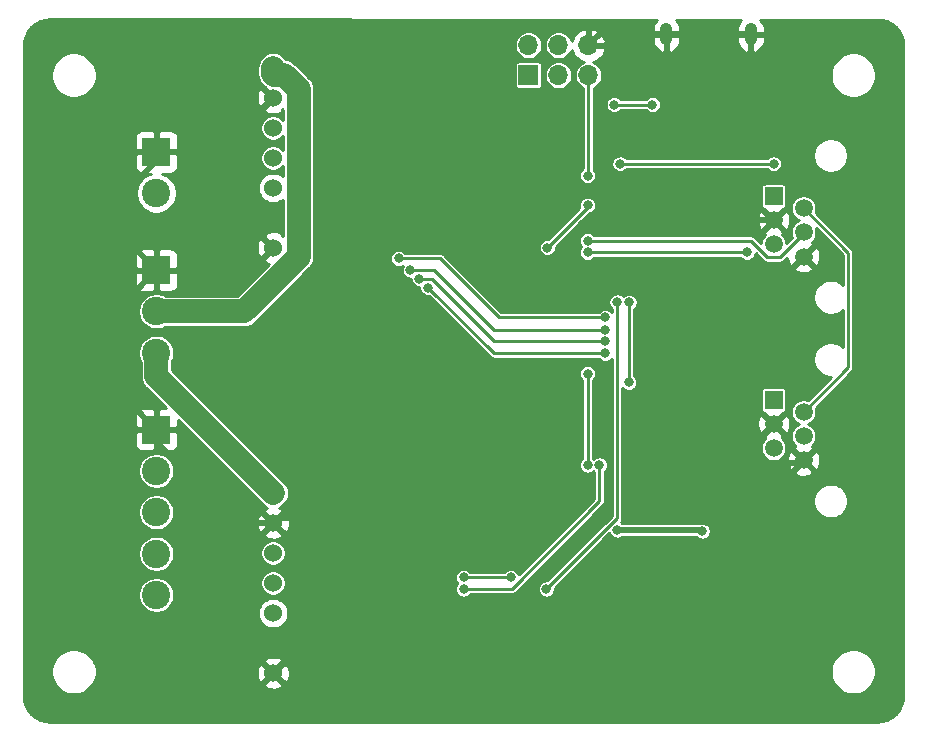
<source format=gbr>
%TF.GenerationSoftware,KiCad,Pcbnew,(5.1.8)-1*%
%TF.CreationDate,2021-08-18T00:45:11+02:00*%
%TF.ProjectId,Haubenblitzer_Treiber,48617562-656e-4626-9c69-747a65725f54,rev?*%
%TF.SameCoordinates,Original*%
%TF.FileFunction,Copper,L2,Bot*%
%TF.FilePolarity,Positive*%
%FSLAX46Y46*%
G04 Gerber Fmt 4.6, Leading zero omitted, Abs format (unit mm)*
G04 Created by KiCad (PCBNEW (5.1.8)-1) date 2021-08-18 00:45:11*
%MOMM*%
%LPD*%
G01*
G04 APERTURE LIST*
%TA.AperFunction,ComponentPad*%
%ADD10C,1.524000*%
%TD*%
%TA.AperFunction,ComponentPad*%
%ADD11C,1.520000*%
%TD*%
%TA.AperFunction,ComponentPad*%
%ADD12R,1.520000X1.520000*%
%TD*%
%TA.AperFunction,ComponentPad*%
%ADD13C,2.400000*%
%TD*%
%TA.AperFunction,ComponentPad*%
%ADD14R,2.400000X2.400000*%
%TD*%
%TA.AperFunction,ComponentPad*%
%ADD15O,1.700000X1.700000*%
%TD*%
%TA.AperFunction,ComponentPad*%
%ADD16R,1.700000X1.700000*%
%TD*%
%TA.AperFunction,ComponentPad*%
%ADD17O,1.050000X1.900000*%
%TD*%
%TA.AperFunction,ViaPad*%
%ADD18C,1.600000*%
%TD*%
%TA.AperFunction,ViaPad*%
%ADD19C,2.000000*%
%TD*%
%TA.AperFunction,ViaPad*%
%ADD20C,0.800000*%
%TD*%
%TA.AperFunction,Conductor*%
%ADD21C,0.500000*%
%TD*%
%TA.AperFunction,Conductor*%
%ADD22C,0.250000*%
%TD*%
%TA.AperFunction,Conductor*%
%ADD23C,2.000000*%
%TD*%
%TA.AperFunction,Conductor*%
%ADD24C,0.254000*%
%TD*%
%TA.AperFunction,Conductor*%
%ADD25C,0.100000*%
%TD*%
G04 APERTURE END LIST*
D10*
%TO.P,U3,6*%
%TO.N,GND*%
X41380000Y-149620000D03*
%TO.P,U3,5*%
%TO.N,+12V*%
X41380000Y-144540000D03*
%TO.P,U3,4*%
%TO.N,LED1_Ref*%
X41380000Y-142000000D03*
%TO.P,U3,1*%
%TO.N,LED1_U+*%
X41380000Y-134380000D03*
%TO.P,U3,2*%
%TO.N,GND*%
X41380000Y-136920000D03*
%TO.P,U3,3*%
%TO.N,LED1_Ctrl*%
X41380000Y-139460000D03*
%TD*%
%TO.P,U4,6*%
%TO.N,GND*%
X41380000Y-185620000D03*
%TO.P,U4,5*%
%TO.N,+12V*%
X41380000Y-180540000D03*
%TO.P,U4,4*%
%TO.N,LED2_Ref*%
X41380000Y-178000000D03*
%TO.P,U4,1*%
%TO.N,LED2_U+*%
X41380000Y-170380000D03*
%TO.P,U4,2*%
%TO.N,GND*%
X41380000Y-172920000D03*
%TO.P,U4,3*%
%TO.N,LED2_Ctrl*%
X41380000Y-175460000D03*
%TD*%
D11*
%TO.P,J7,6*%
%TO.N,GND*%
X86290000Y-167600000D03*
%TO.P,J7,5*%
%TO.N,TX*%
X83750000Y-166580000D03*
%TO.P,J7,4*%
%TO.N,RX*%
X86290000Y-165560000D03*
%TO.P,J7,3*%
%TO.N,GND*%
X83750000Y-164540000D03*
%TO.P,J7,2*%
%TO.N,RJ12_V2*%
X86290000Y-163520000D03*
D12*
%TO.P,J7,1*%
%TO.N,RJ12_V1*%
X83750000Y-162500000D03*
%TD*%
D11*
%TO.P,J6,6*%
%TO.N,GND*%
X86290000Y-150350000D03*
%TO.P,J6,5*%
%TO.N,TX*%
X83750000Y-149330000D03*
%TO.P,J6,4*%
%TO.N,RX*%
X86290000Y-148310000D03*
%TO.P,J6,3*%
%TO.N,GND*%
X83750000Y-147290000D03*
%TO.P,J6,2*%
%TO.N,RJ12_V2*%
X86290000Y-146270000D03*
D12*
%TO.P,J6,1*%
%TO.N,RJ12_V1*%
X83750000Y-145250000D03*
%TD*%
D13*
%TO.P,J5,5*%
%TO.N,IO_misc4*%
X31500000Y-179000000D03*
%TO.P,J5,4*%
%TO.N,IO_misc3*%
X31500000Y-175500000D03*
%TO.P,J5,3*%
%TO.N,IO_misc2*%
X31500000Y-172000000D03*
%TO.P,J5,2*%
%TO.N,IO_misc1*%
X31500000Y-168500000D03*
D14*
%TO.P,J5,1*%
%TO.N,GND*%
X31500000Y-165000000D03*
%TD*%
D13*
%TO.P,J4,3*%
%TO.N,LED2_U+*%
X31500000Y-158500000D03*
%TO.P,J4,2*%
%TO.N,LED1_U+*%
X31500000Y-155000000D03*
D14*
%TO.P,J4,1*%
%TO.N,GND*%
X31500000Y-151500000D03*
%TD*%
D13*
%TO.P,J3,2*%
%TO.N,+12V*%
X31500000Y-145000000D03*
D14*
%TO.P,J3,1*%
%TO.N,GND*%
X31500000Y-141500000D03*
%TD*%
D15*
%TO.P,J1,6*%
%TO.N,GND*%
X68080000Y-132460000D03*
%TO.P,J1,5*%
%TO.N,RESET*%
X68080000Y-135000000D03*
%TO.P,J1,4*%
%TO.N,MOSI*%
X65540000Y-132460000D03*
%TO.P,J1,3*%
%TO.N,SCK*%
X65540000Y-135000000D03*
%TO.P,J1,2*%
%TO.N,LED1_Ref*%
X63000000Y-132460000D03*
D16*
%TO.P,J1,1*%
%TO.N,MISO*%
X63000000Y-135000000D03*
%TD*%
D17*
%TO.P,J2,6*%
%TO.N,GND*%
X74675000Y-131550000D03*
X81825000Y-131550000D03*
%TD*%
D18*
%TO.N,GND*%
X62000000Y-149500000D03*
X76000000Y-144000000D03*
X73000000Y-144000000D03*
X66500000Y-178625000D03*
X71625000Y-169125000D03*
X62000000Y-172500000D03*
X79250000Y-140130002D03*
D19*
X43000000Y-160000000D03*
X55000000Y-160000000D03*
X55000000Y-186500000D03*
X55000000Y-133500000D03*
X85000000Y-185500000D03*
X85000000Y-135000000D03*
D20*
%TO.N,LED1_Ref*%
X77700000Y-173600000D03*
X70512653Y-173512653D03*
%TO.N,CLK_2*%
X64595154Y-149595154D03*
X68000000Y-146000000D03*
%TO.N,RESET*%
X68000000Y-143500000D03*
%TO.N,U_bus*%
X73500000Y-137500000D03*
X70250000Y-137500000D03*
%TO.N,IO_misc4*%
X69499886Y-158544725D03*
X54500000Y-153000000D03*
%TO.N,IO_misc3*%
X69502442Y-157544727D03*
X53768941Y-152231059D03*
%TO.N,IO_misc2*%
X69447905Y-156546213D03*
X53000000Y-151500000D03*
%TO.N,IO_misc1*%
X69500000Y-155500000D03*
X52000000Y-150500000D03*
%TO.N,TX*%
X68000000Y-150000000D03*
X81500000Y-150000000D03*
%TO.N,RX*%
X68000000Y-149000000D03*
%TO.N,LED1_Ctrl*%
X68000000Y-160275000D03*
X68000000Y-168000000D03*
%TO.N,LED2_Ctrl*%
X61500000Y-177500000D03*
X57500000Y-177500000D03*
%TO.N,LED2_Ref*%
X57500000Y-178500000D03*
X69000000Y-168000000D03*
%TO.N,IO_LED*%
X71500000Y-161000000D03*
X71512653Y-154212653D03*
%TO.N,RX_LED*%
X70750000Y-142500000D03*
X83750000Y-142500000D03*
%TO.N,IO_FETctrl*%
X64500000Y-178500000D03*
X70500000Y-154200000D03*
%TD*%
D21*
%TO.N,GND*%
X38362002Y-172920000D02*
X41380000Y-172920000D01*
X31500000Y-166057998D02*
X38362002Y-172920000D01*
X31500000Y-165000000D02*
X31500000Y-166057998D01*
X39967999Y-174525997D02*
X38362002Y-172920000D01*
X39967999Y-184207999D02*
X39967999Y-174525997D01*
X41380000Y-185620000D02*
X39967999Y-184207999D01*
X29849999Y-163349999D02*
X31500000Y-165000000D01*
X29849999Y-153150001D02*
X29849999Y-163349999D01*
X31500000Y-151500000D02*
X29849999Y-153150001D01*
X29649999Y-149649999D02*
X31500000Y-151500000D01*
X29649999Y-144111999D02*
X29649999Y-149649999D01*
X31500000Y-142261998D02*
X29649999Y-144111999D01*
X31500000Y-141500000D02*
X31500000Y-142261998D01*
X36800000Y-141500000D02*
X41380000Y-136920000D01*
X31500000Y-141500000D02*
X36800000Y-141500000D01*
X36800000Y-145040000D02*
X36800000Y-141500000D01*
X41380000Y-149620000D02*
X36800000Y-145040000D01*
X68080000Y-132460000D02*
X69040000Y-131500000D01*
X74625000Y-131500000D02*
X74675000Y-131550000D01*
X69040000Y-131500000D02*
X74625000Y-131500000D01*
X74675000Y-131550000D02*
X81825000Y-131550000D01*
X76000000Y-144000000D02*
X73000000Y-144000000D01*
X82539999Y-165750001D02*
X83750000Y-164540000D01*
X82539999Y-167160801D02*
X82539999Y-165750001D01*
X83169199Y-167790001D02*
X82539999Y-167160801D01*
X86290000Y-167600000D02*
X86099999Y-167790001D01*
X79290000Y-147290000D02*
X76000000Y-144000000D01*
X83750000Y-147290000D02*
X79290000Y-147290000D01*
X47575001Y-179424999D02*
X41380000Y-185620000D01*
X65700001Y-179424999D02*
X47575001Y-179424999D01*
X66500000Y-178625000D02*
X65700001Y-179424999D01*
X72959999Y-167790001D02*
X84209999Y-167790001D01*
X71625000Y-169125000D02*
X72959999Y-167790001D01*
X84209999Y-167790001D02*
X83169199Y-167790001D01*
X86099999Y-167790001D02*
X84209999Y-167790001D01*
X41800000Y-172500000D02*
X41380000Y-172920000D01*
X62000000Y-172500000D02*
X41800000Y-172500000D01*
%TO.N,LED1_Ref*%
X77612653Y-173512653D02*
X77700000Y-173600000D01*
X70512653Y-173512653D02*
X77612653Y-173512653D01*
D22*
%TO.N,CLK_2*%
X68000000Y-146190308D02*
X68000000Y-146000000D01*
X64595154Y-149595154D02*
X68000000Y-146190308D01*
%TO.N,RESET*%
X68080000Y-143420000D02*
X68000000Y-143500000D01*
X68080000Y-135000000D02*
X68080000Y-143420000D01*
%TO.N,U_bus*%
X73500000Y-137500000D02*
X70250000Y-137500000D01*
D23*
%TO.N,LED2_U+*%
X31500000Y-160500000D02*
X41380000Y-170380000D01*
X31500000Y-158500000D02*
X31500000Y-160500000D01*
%TO.N,LED1_U+*%
X43542001Y-150361761D02*
X38903762Y-155000000D01*
X43542001Y-136178239D02*
X43542001Y-150361761D01*
X42321761Y-134957999D02*
X43542001Y-136178239D01*
X41457999Y-134957999D02*
X42321761Y-134957999D01*
X41380000Y-134880000D02*
X41457999Y-134957999D01*
X38903762Y-155000000D02*
X31500000Y-155000000D01*
X41380000Y-134380000D02*
X41380000Y-134880000D01*
D22*
%TO.N,IO_misc4*%
X60044725Y-158544725D02*
X69499886Y-158544725D01*
X54500000Y-153000000D02*
X60044725Y-158544725D01*
%TO.N,IO_misc3*%
X54804061Y-152231059D02*
X53768941Y-152231059D01*
X60117729Y-157544727D02*
X54804061Y-152231059D01*
X69502442Y-157544727D02*
X60117729Y-157544727D01*
%TO.N,IO_misc2*%
X69447905Y-156546213D02*
X60046213Y-156546213D01*
X55000000Y-151500000D02*
X53000000Y-151500000D01*
X60046213Y-156546213D02*
X55000000Y-151500000D01*
%TO.N,IO_misc1*%
X55500000Y-150500000D02*
X52000000Y-150500000D01*
X60500000Y-155500000D02*
X55500000Y-150500000D01*
X69500000Y-155500000D02*
X60500000Y-155500000D01*
%TO.N,TX*%
X68000000Y-150000000D02*
X81500000Y-150000000D01*
%TO.N,RX*%
X84270801Y-150415001D02*
X86290000Y-148395802D01*
X83229199Y-150415001D02*
X84270801Y-150415001D01*
X86290000Y-148395802D02*
X86290000Y-148310000D01*
X81814198Y-149000000D02*
X83229199Y-150415001D01*
X68000000Y-149000000D02*
X81814198Y-149000000D01*
%TO.N,LED1_Ctrl*%
X68000000Y-160275000D02*
X68000000Y-168000000D01*
%TO.N,LED2_Ctrl*%
X61500000Y-177500000D02*
X57500000Y-177500000D01*
%TO.N,LED2_Ref*%
X69000000Y-171073002D02*
X69000000Y-168000000D01*
X61573002Y-178500000D02*
X69000000Y-171073002D01*
X57500000Y-178500000D02*
X61573002Y-178500000D01*
%TO.N,IO_LED*%
X71512653Y-160987347D02*
X71500000Y-161000000D01*
X71512653Y-154212653D02*
X71512653Y-160987347D01*
%TO.N,RX_LED*%
X70750000Y-142500000D02*
X83750000Y-142500000D01*
%TO.N,IO_FETctrl*%
X70500000Y-172500000D02*
X64500000Y-178500000D01*
X70500000Y-154200000D02*
X70500000Y-172500000D01*
%TO.N,RJ12_V2*%
X90065001Y-150045001D02*
X90065001Y-159744999D01*
X90065001Y-159744999D02*
X86290000Y-163520000D01*
X86290000Y-146270000D02*
X90065001Y-150045001D01*
%TD*%
D24*
%TO.N,GND*%
X73870540Y-130287379D02*
X73781053Y-130374941D01*
X73651901Y-130563754D01*
X73562066Y-130774135D01*
X73515000Y-130998000D01*
X73515000Y-131423000D01*
X74548000Y-131423000D01*
X74548000Y-131403000D01*
X74802000Y-131403000D01*
X74802000Y-131423000D01*
X75835000Y-131423000D01*
X75835000Y-130998000D01*
X75787934Y-130774135D01*
X75698099Y-130563754D01*
X75568947Y-130374941D01*
X75480593Y-130288488D01*
X81015511Y-130292300D01*
X80931053Y-130374941D01*
X80801901Y-130563754D01*
X80712066Y-130774135D01*
X80665000Y-130998000D01*
X80665000Y-131423000D01*
X81698000Y-131423000D01*
X81698000Y-131403000D01*
X81952000Y-131403000D01*
X81952000Y-131423000D01*
X82985000Y-131423000D01*
X82985000Y-130998000D01*
X82937934Y-130774135D01*
X82848099Y-130563754D01*
X82718947Y-130374941D01*
X82635629Y-130293416D01*
X92952745Y-130300522D01*
X93360169Y-130424384D01*
X93746941Y-130630986D01*
X94086223Y-130908783D01*
X94365081Y-131247186D01*
X94572901Y-131633308D01*
X94701764Y-132052442D01*
X94748000Y-132500621D01*
X94748001Y-187487668D01*
X94704002Y-187936401D01*
X94577264Y-188356182D01*
X94371400Y-188743355D01*
X94094259Y-189083166D01*
X93756387Y-189362676D01*
X93370669Y-189571234D01*
X92951784Y-189700900D01*
X92503798Y-189747986D01*
X92499691Y-189748000D01*
X22512322Y-189748000D01*
X22063599Y-189704002D01*
X21643818Y-189577264D01*
X21256645Y-189371400D01*
X20916834Y-189094259D01*
X20637324Y-188756387D01*
X20428766Y-188370669D01*
X20299100Y-187951784D01*
X20252014Y-187503798D01*
X20252000Y-187499691D01*
X20252000Y-185310207D01*
X22573000Y-185310207D01*
X22573000Y-185689793D01*
X22647053Y-186062085D01*
X22792315Y-186412777D01*
X23003201Y-186728391D01*
X23271609Y-186996799D01*
X23587223Y-187207685D01*
X23937915Y-187352947D01*
X24310207Y-187427000D01*
X24689793Y-187427000D01*
X25062085Y-187352947D01*
X25412777Y-187207685D01*
X25728391Y-186996799D01*
X25996799Y-186728391D01*
X26092232Y-186585565D01*
X40594040Y-186585565D01*
X40661020Y-186825656D01*
X40910048Y-186942756D01*
X41177135Y-187009023D01*
X41452017Y-187021910D01*
X41724133Y-186980922D01*
X41983023Y-186887636D01*
X42098980Y-186825656D01*
X42165960Y-186585565D01*
X41380000Y-185799605D01*
X40594040Y-186585565D01*
X26092232Y-186585565D01*
X26207685Y-186412777D01*
X26352947Y-186062085D01*
X26426557Y-185692017D01*
X39978090Y-185692017D01*
X40019078Y-185964133D01*
X40112364Y-186223023D01*
X40174344Y-186338980D01*
X40414435Y-186405960D01*
X41200395Y-185620000D01*
X41559605Y-185620000D01*
X42345565Y-186405960D01*
X42585656Y-186338980D01*
X42702756Y-186089952D01*
X42769023Y-185822865D01*
X42781910Y-185547983D01*
X42746095Y-185310207D01*
X88573000Y-185310207D01*
X88573000Y-185689793D01*
X88647053Y-186062085D01*
X88792315Y-186412777D01*
X89003201Y-186728391D01*
X89271609Y-186996799D01*
X89587223Y-187207685D01*
X89937915Y-187352947D01*
X90310207Y-187427000D01*
X90689793Y-187427000D01*
X91062085Y-187352947D01*
X91412777Y-187207685D01*
X91728391Y-186996799D01*
X91996799Y-186728391D01*
X92207685Y-186412777D01*
X92352947Y-186062085D01*
X92427000Y-185689793D01*
X92427000Y-185310207D01*
X92352947Y-184937915D01*
X92207685Y-184587223D01*
X91996799Y-184271609D01*
X91728391Y-184003201D01*
X91412777Y-183792315D01*
X91062085Y-183647053D01*
X90689793Y-183573000D01*
X90310207Y-183573000D01*
X89937915Y-183647053D01*
X89587223Y-183792315D01*
X89271609Y-184003201D01*
X89003201Y-184271609D01*
X88792315Y-184587223D01*
X88647053Y-184937915D01*
X88573000Y-185310207D01*
X42746095Y-185310207D01*
X42740922Y-185275867D01*
X42647636Y-185016977D01*
X42585656Y-184901020D01*
X42345565Y-184834040D01*
X41559605Y-185620000D01*
X41200395Y-185620000D01*
X40414435Y-184834040D01*
X40174344Y-184901020D01*
X40057244Y-185150048D01*
X39990977Y-185417135D01*
X39978090Y-185692017D01*
X26426557Y-185692017D01*
X26427000Y-185689793D01*
X26427000Y-185310207D01*
X26352947Y-184937915D01*
X26235526Y-184654435D01*
X40594040Y-184654435D01*
X41380000Y-185440395D01*
X42165960Y-184654435D01*
X42098980Y-184414344D01*
X41849952Y-184297244D01*
X41582865Y-184230977D01*
X41307983Y-184218090D01*
X41035867Y-184259078D01*
X40776977Y-184352364D01*
X40661020Y-184414344D01*
X40594040Y-184654435D01*
X26235526Y-184654435D01*
X26207685Y-184587223D01*
X25996799Y-184271609D01*
X25728391Y-184003201D01*
X25412777Y-183792315D01*
X25062085Y-183647053D01*
X24689793Y-183573000D01*
X24310207Y-183573000D01*
X23937915Y-183647053D01*
X23587223Y-183792315D01*
X23271609Y-184003201D01*
X23003201Y-184271609D01*
X22792315Y-184587223D01*
X22647053Y-184937915D01*
X22573000Y-185310207D01*
X20252000Y-185310207D01*
X20252000Y-178849604D01*
X29973000Y-178849604D01*
X29973000Y-179150396D01*
X30031681Y-179445410D01*
X30146790Y-179723306D01*
X30313901Y-179973406D01*
X30526594Y-180186099D01*
X30776694Y-180353210D01*
X31054590Y-180468319D01*
X31349604Y-180527000D01*
X31650396Y-180527000D01*
X31945410Y-180468319D01*
X32078852Y-180413045D01*
X40091000Y-180413045D01*
X40091000Y-180666955D01*
X40140535Y-180915987D01*
X40237703Y-181150570D01*
X40378768Y-181361690D01*
X40558310Y-181541232D01*
X40769430Y-181682297D01*
X41004013Y-181779465D01*
X41253045Y-181829000D01*
X41506955Y-181829000D01*
X41755987Y-181779465D01*
X41990570Y-181682297D01*
X42201690Y-181541232D01*
X42381232Y-181361690D01*
X42522297Y-181150570D01*
X42619465Y-180915987D01*
X42669000Y-180666955D01*
X42669000Y-180413045D01*
X42619465Y-180164013D01*
X42522297Y-179929430D01*
X42381232Y-179718310D01*
X42201690Y-179538768D01*
X41990570Y-179397703D01*
X41755987Y-179300535D01*
X41506955Y-179251000D01*
X41253045Y-179251000D01*
X41004013Y-179300535D01*
X40769430Y-179397703D01*
X40558310Y-179538768D01*
X40378768Y-179718310D01*
X40237703Y-179929430D01*
X40140535Y-180164013D01*
X40091000Y-180413045D01*
X32078852Y-180413045D01*
X32223306Y-180353210D01*
X32473406Y-180186099D01*
X32686099Y-179973406D01*
X32853210Y-179723306D01*
X32968319Y-179445410D01*
X33027000Y-179150396D01*
X33027000Y-178849604D01*
X32968319Y-178554590D01*
X32853210Y-178276694D01*
X32686099Y-178026594D01*
X32552248Y-177892743D01*
X40291000Y-177892743D01*
X40291000Y-178107257D01*
X40332850Y-178317650D01*
X40414941Y-178515835D01*
X40534119Y-178694197D01*
X40685803Y-178845881D01*
X40864165Y-178965059D01*
X41062350Y-179047150D01*
X41272743Y-179089000D01*
X41487257Y-179089000D01*
X41697650Y-179047150D01*
X41895835Y-178965059D01*
X42074197Y-178845881D01*
X42225881Y-178694197D01*
X42345059Y-178515835D01*
X42427150Y-178317650D01*
X42469000Y-178107257D01*
X42469000Y-177892743D01*
X42427150Y-177682350D01*
X42345059Y-177484165D01*
X42307796Y-177428397D01*
X56773000Y-177428397D01*
X56773000Y-177571603D01*
X56800938Y-177712058D01*
X56855741Y-177844364D01*
X56935302Y-177963436D01*
X56971866Y-178000000D01*
X56935302Y-178036564D01*
X56855741Y-178155636D01*
X56800938Y-178287942D01*
X56773000Y-178428397D01*
X56773000Y-178571603D01*
X56800938Y-178712058D01*
X56855741Y-178844364D01*
X56935302Y-178963436D01*
X57036564Y-179064698D01*
X57155636Y-179144259D01*
X57287942Y-179199062D01*
X57428397Y-179227000D01*
X57571603Y-179227000D01*
X57712058Y-179199062D01*
X57844364Y-179144259D01*
X57963436Y-179064698D01*
X58064698Y-178963436D01*
X58072339Y-178952000D01*
X61550797Y-178952000D01*
X61573002Y-178954187D01*
X61595207Y-178952000D01*
X61661609Y-178945460D01*
X61746812Y-178919614D01*
X61825335Y-178877643D01*
X61894161Y-178821159D01*
X61908325Y-178803900D01*
X69303912Y-171408315D01*
X69321159Y-171394161D01*
X69377643Y-171325335D01*
X69419614Y-171246812D01*
X69445460Y-171161609D01*
X69452000Y-171095207D01*
X69452000Y-171095206D01*
X69454187Y-171073003D01*
X69452000Y-171050798D01*
X69452000Y-168572339D01*
X69463436Y-168564698D01*
X69564698Y-168463436D01*
X69644259Y-168344364D01*
X69699062Y-168212058D01*
X69727000Y-168071603D01*
X69727000Y-167928397D01*
X69699062Y-167787942D01*
X69644259Y-167655636D01*
X69564698Y-167536564D01*
X69463436Y-167435302D01*
X69344364Y-167355741D01*
X69212058Y-167300938D01*
X69071603Y-167273000D01*
X68928397Y-167273000D01*
X68787942Y-167300938D01*
X68655636Y-167355741D01*
X68536564Y-167435302D01*
X68500000Y-167471866D01*
X68463436Y-167435302D01*
X68452000Y-167427661D01*
X68452000Y-160847339D01*
X68463436Y-160839698D01*
X68564698Y-160738436D01*
X68644259Y-160619364D01*
X68699062Y-160487058D01*
X68727000Y-160346603D01*
X68727000Y-160203397D01*
X68699062Y-160062942D01*
X68644259Y-159930636D01*
X68564698Y-159811564D01*
X68463436Y-159710302D01*
X68344364Y-159630741D01*
X68212058Y-159575938D01*
X68071603Y-159548000D01*
X67928397Y-159548000D01*
X67787942Y-159575938D01*
X67655636Y-159630741D01*
X67536564Y-159710302D01*
X67435302Y-159811564D01*
X67355741Y-159930636D01*
X67300938Y-160062942D01*
X67273000Y-160203397D01*
X67273000Y-160346603D01*
X67300938Y-160487058D01*
X67355741Y-160619364D01*
X67435302Y-160738436D01*
X67536564Y-160839698D01*
X67548000Y-160847339D01*
X67548001Y-167427660D01*
X67536564Y-167435302D01*
X67435302Y-167536564D01*
X67355741Y-167655636D01*
X67300938Y-167787942D01*
X67273000Y-167928397D01*
X67273000Y-168071603D01*
X67300938Y-168212058D01*
X67355741Y-168344364D01*
X67435302Y-168463436D01*
X67536564Y-168564698D01*
X67655636Y-168644259D01*
X67787942Y-168699062D01*
X67928397Y-168727000D01*
X68071603Y-168727000D01*
X68212058Y-168699062D01*
X68344364Y-168644259D01*
X68463436Y-168564698D01*
X68500000Y-168528134D01*
X68536564Y-168564698D01*
X68548001Y-168572340D01*
X68548000Y-170885777D01*
X62183473Y-177250306D01*
X62144259Y-177155636D01*
X62064698Y-177036564D01*
X61963436Y-176935302D01*
X61844364Y-176855741D01*
X61712058Y-176800938D01*
X61571603Y-176773000D01*
X61428397Y-176773000D01*
X61287942Y-176800938D01*
X61155636Y-176855741D01*
X61036564Y-176935302D01*
X60935302Y-177036564D01*
X60927661Y-177048000D01*
X58072339Y-177048000D01*
X58064698Y-177036564D01*
X57963436Y-176935302D01*
X57844364Y-176855741D01*
X57712058Y-176800938D01*
X57571603Y-176773000D01*
X57428397Y-176773000D01*
X57287942Y-176800938D01*
X57155636Y-176855741D01*
X57036564Y-176935302D01*
X56935302Y-177036564D01*
X56855741Y-177155636D01*
X56800938Y-177287942D01*
X56773000Y-177428397D01*
X42307796Y-177428397D01*
X42225881Y-177305803D01*
X42074197Y-177154119D01*
X41895835Y-177034941D01*
X41697650Y-176952850D01*
X41487257Y-176911000D01*
X41272743Y-176911000D01*
X41062350Y-176952850D01*
X40864165Y-177034941D01*
X40685803Y-177154119D01*
X40534119Y-177305803D01*
X40414941Y-177484165D01*
X40332850Y-177682350D01*
X40291000Y-177892743D01*
X32552248Y-177892743D01*
X32473406Y-177813901D01*
X32223306Y-177646790D01*
X31945410Y-177531681D01*
X31650396Y-177473000D01*
X31349604Y-177473000D01*
X31054590Y-177531681D01*
X30776694Y-177646790D01*
X30526594Y-177813901D01*
X30313901Y-178026594D01*
X30146790Y-178276694D01*
X30031681Y-178554590D01*
X29973000Y-178849604D01*
X20252000Y-178849604D01*
X20252000Y-175349604D01*
X29973000Y-175349604D01*
X29973000Y-175650396D01*
X30031681Y-175945410D01*
X30146790Y-176223306D01*
X30313901Y-176473406D01*
X30526594Y-176686099D01*
X30776694Y-176853210D01*
X31054590Y-176968319D01*
X31349604Y-177027000D01*
X31650396Y-177027000D01*
X31945410Y-176968319D01*
X32223306Y-176853210D01*
X32473406Y-176686099D01*
X32686099Y-176473406D01*
X32853210Y-176223306D01*
X32968319Y-175945410D01*
X33027000Y-175650396D01*
X33027000Y-175352743D01*
X40291000Y-175352743D01*
X40291000Y-175567257D01*
X40332850Y-175777650D01*
X40414941Y-175975835D01*
X40534119Y-176154197D01*
X40685803Y-176305881D01*
X40864165Y-176425059D01*
X41062350Y-176507150D01*
X41272743Y-176549000D01*
X41487257Y-176549000D01*
X41697650Y-176507150D01*
X41895835Y-176425059D01*
X42074197Y-176305881D01*
X42225881Y-176154197D01*
X42345059Y-175975835D01*
X42427150Y-175777650D01*
X42469000Y-175567257D01*
X42469000Y-175352743D01*
X42427150Y-175142350D01*
X42345059Y-174944165D01*
X42225881Y-174765803D01*
X42074197Y-174614119D01*
X41895835Y-174494941D01*
X41697650Y-174412850D01*
X41487257Y-174371000D01*
X41272743Y-174371000D01*
X41062350Y-174412850D01*
X40864165Y-174494941D01*
X40685803Y-174614119D01*
X40534119Y-174765803D01*
X40414941Y-174944165D01*
X40332850Y-175142350D01*
X40291000Y-175352743D01*
X33027000Y-175352743D01*
X33027000Y-175349604D01*
X32968319Y-175054590D01*
X32853210Y-174776694D01*
X32686099Y-174526594D01*
X32473406Y-174313901D01*
X32223306Y-174146790D01*
X31945410Y-174031681D01*
X31650396Y-173973000D01*
X31349604Y-173973000D01*
X31054590Y-174031681D01*
X30776694Y-174146790D01*
X30526594Y-174313901D01*
X30313901Y-174526594D01*
X30146790Y-174776694D01*
X30031681Y-175054590D01*
X29973000Y-175349604D01*
X20252000Y-175349604D01*
X20252000Y-173885565D01*
X40594040Y-173885565D01*
X40661020Y-174125656D01*
X40910048Y-174242756D01*
X41177135Y-174309023D01*
X41452017Y-174321910D01*
X41724133Y-174280922D01*
X41983023Y-174187636D01*
X42098980Y-174125656D01*
X42165960Y-173885565D01*
X41380000Y-173099605D01*
X40594040Y-173885565D01*
X20252000Y-173885565D01*
X20252000Y-171849604D01*
X29973000Y-171849604D01*
X29973000Y-172150396D01*
X30031681Y-172445410D01*
X30146790Y-172723306D01*
X30313901Y-172973406D01*
X30526594Y-173186099D01*
X30776694Y-173353210D01*
X31054590Y-173468319D01*
X31349604Y-173527000D01*
X31650396Y-173527000D01*
X31945410Y-173468319D01*
X32223306Y-173353210D01*
X32473406Y-173186099D01*
X32667488Y-172992017D01*
X39978090Y-172992017D01*
X40019078Y-173264133D01*
X40112364Y-173523023D01*
X40174344Y-173638980D01*
X40414435Y-173705960D01*
X41200395Y-172920000D01*
X41559605Y-172920000D01*
X42345565Y-173705960D01*
X42585656Y-173638980D01*
X42702756Y-173389952D01*
X42769023Y-173122865D01*
X42781910Y-172847983D01*
X42740922Y-172575867D01*
X42647636Y-172316977D01*
X42585656Y-172201020D01*
X42345565Y-172134040D01*
X41559605Y-172920000D01*
X41200395Y-172920000D01*
X40414435Y-172134040D01*
X40174344Y-172201020D01*
X40057244Y-172450048D01*
X39990977Y-172717135D01*
X39978090Y-172992017D01*
X32667488Y-172992017D01*
X32686099Y-172973406D01*
X32853210Y-172723306D01*
X32968319Y-172445410D01*
X33027000Y-172150396D01*
X33027000Y-171849604D01*
X32968319Y-171554590D01*
X32853210Y-171276694D01*
X32686099Y-171026594D01*
X32473406Y-170813901D01*
X32223306Y-170646790D01*
X31945410Y-170531681D01*
X31650396Y-170473000D01*
X31349604Y-170473000D01*
X31054590Y-170531681D01*
X30776694Y-170646790D01*
X30526594Y-170813901D01*
X30313901Y-171026594D01*
X30146790Y-171276694D01*
X30031681Y-171554590D01*
X29973000Y-171849604D01*
X20252000Y-171849604D01*
X20252000Y-168349604D01*
X29973000Y-168349604D01*
X29973000Y-168650396D01*
X30031681Y-168945410D01*
X30146790Y-169223306D01*
X30313901Y-169473406D01*
X30526594Y-169686099D01*
X30776694Y-169853210D01*
X31054590Y-169968319D01*
X31349604Y-170027000D01*
X31650396Y-170027000D01*
X31945410Y-169968319D01*
X32223306Y-169853210D01*
X32473406Y-169686099D01*
X32686099Y-169473406D01*
X32853210Y-169223306D01*
X32968319Y-168945410D01*
X33027000Y-168650396D01*
X33027000Y-168349604D01*
X32968319Y-168054590D01*
X32853210Y-167776694D01*
X32686099Y-167526594D01*
X32473406Y-167313901D01*
X32223306Y-167146790D01*
X31945410Y-167031681D01*
X31650396Y-166973000D01*
X31349604Y-166973000D01*
X31054590Y-167031681D01*
X30776694Y-167146790D01*
X30526594Y-167313901D01*
X30313901Y-167526594D01*
X30146790Y-167776694D01*
X30031681Y-168054590D01*
X29973000Y-168349604D01*
X20252000Y-168349604D01*
X20252000Y-166200000D01*
X29661928Y-166200000D01*
X29674188Y-166324482D01*
X29710498Y-166444180D01*
X29769463Y-166554494D01*
X29848815Y-166651185D01*
X29945506Y-166730537D01*
X30055820Y-166789502D01*
X30175518Y-166825812D01*
X30300000Y-166838072D01*
X31214250Y-166835000D01*
X31373000Y-166676250D01*
X31373000Y-165127000D01*
X31627000Y-165127000D01*
X31627000Y-166676250D01*
X31785750Y-166835000D01*
X32700000Y-166838072D01*
X32824482Y-166825812D01*
X32944180Y-166789502D01*
X33054494Y-166730537D01*
X33151185Y-166651185D01*
X33230537Y-166554494D01*
X33289502Y-166444180D01*
X33325812Y-166324482D01*
X33338072Y-166200000D01*
X33335000Y-165285750D01*
X33176250Y-165127000D01*
X31627000Y-165127000D01*
X31373000Y-165127000D01*
X29823750Y-165127000D01*
X29665000Y-165285750D01*
X29661928Y-166200000D01*
X20252000Y-166200000D01*
X20252000Y-163800000D01*
X29661928Y-163800000D01*
X29665000Y-164714250D01*
X29823750Y-164873000D01*
X31373000Y-164873000D01*
X31373000Y-163323750D01*
X31214250Y-163165000D01*
X30300000Y-163161928D01*
X30175518Y-163174188D01*
X30055820Y-163210498D01*
X29945506Y-163269463D01*
X29848815Y-163348815D01*
X29769463Y-163445506D01*
X29710498Y-163555820D01*
X29674188Y-163675518D01*
X29661928Y-163800000D01*
X20252000Y-163800000D01*
X20252000Y-158349604D01*
X29973000Y-158349604D01*
X29973000Y-158650396D01*
X30031681Y-158945410D01*
X30146790Y-159223306D01*
X30173000Y-159262533D01*
X30173001Y-160434817D01*
X30166581Y-160500000D01*
X30192202Y-160760137D01*
X30268081Y-161010277D01*
X30391302Y-161240808D01*
X30515578Y-161392238D01*
X30557131Y-161442870D01*
X30607761Y-161484421D01*
X32286657Y-163163317D01*
X31785750Y-163165000D01*
X31627000Y-163323750D01*
X31627000Y-164873000D01*
X33176250Y-164873000D01*
X33335000Y-164714250D01*
X33336683Y-164213343D01*
X40487761Y-171364422D01*
X40639191Y-171488698D01*
X40869722Y-171611919D01*
X40880309Y-171615130D01*
X40776977Y-171652364D01*
X40661020Y-171714344D01*
X40594040Y-171954435D01*
X41380000Y-172740395D01*
X42165960Y-171954435D01*
X42098980Y-171714344D01*
X41884735Y-171613600D01*
X41890277Y-171611919D01*
X42120808Y-171488698D01*
X42322870Y-171322870D01*
X42488698Y-171120808D01*
X42611919Y-170890277D01*
X42687798Y-170640137D01*
X42713419Y-170380000D01*
X42687798Y-170119862D01*
X42611919Y-169869722D01*
X42488698Y-169639191D01*
X42364422Y-169487761D01*
X32827000Y-159950340D01*
X32827000Y-159262532D01*
X32853210Y-159223306D01*
X32968319Y-158945410D01*
X33027000Y-158650396D01*
X33027000Y-158349604D01*
X32968319Y-158054590D01*
X32853210Y-157776694D01*
X32686099Y-157526594D01*
X32473406Y-157313901D01*
X32223306Y-157146790D01*
X31945410Y-157031681D01*
X31650396Y-156973000D01*
X31349604Y-156973000D01*
X31054590Y-157031681D01*
X30776694Y-157146790D01*
X30526594Y-157313901D01*
X30313901Y-157526594D01*
X30146790Y-157776694D01*
X30031681Y-158054590D01*
X29973000Y-158349604D01*
X20252000Y-158349604D01*
X20252000Y-154849604D01*
X29973000Y-154849604D01*
X29973000Y-155150396D01*
X30031681Y-155445410D01*
X30146790Y-155723306D01*
X30313901Y-155973406D01*
X30526594Y-156186099D01*
X30776694Y-156353210D01*
X31054590Y-156468319D01*
X31349604Y-156527000D01*
X31650396Y-156527000D01*
X31945410Y-156468319D01*
X32223306Y-156353210D01*
X32262532Y-156327000D01*
X38838588Y-156327000D01*
X38903762Y-156333419D01*
X38968936Y-156327000D01*
X38968946Y-156327000D01*
X39163899Y-156307799D01*
X39414040Y-156231919D01*
X39644570Y-156108698D01*
X39846632Y-155942870D01*
X39888187Y-155892235D01*
X44434247Y-151346177D01*
X44484871Y-151304631D01*
X44526417Y-151254007D01*
X44526423Y-151254001D01*
X44650698Y-151102571D01*
X44700700Y-151009023D01*
X44773920Y-150872039D01*
X44849800Y-150621898D01*
X44868857Y-150428397D01*
X51273000Y-150428397D01*
X51273000Y-150571603D01*
X51300938Y-150712058D01*
X51355741Y-150844364D01*
X51435302Y-150963436D01*
X51536564Y-151064698D01*
X51655636Y-151144259D01*
X51787942Y-151199062D01*
X51928397Y-151227000D01*
X52071603Y-151227000D01*
X52212058Y-151199062D01*
X52344364Y-151144259D01*
X52378650Y-151121350D01*
X52355741Y-151155636D01*
X52300938Y-151287942D01*
X52273000Y-151428397D01*
X52273000Y-151571603D01*
X52300938Y-151712058D01*
X52355741Y-151844364D01*
X52435302Y-151963436D01*
X52536564Y-152064698D01*
X52655636Y-152144259D01*
X52787942Y-152199062D01*
X52928397Y-152227000D01*
X53041941Y-152227000D01*
X53041941Y-152302662D01*
X53069879Y-152443117D01*
X53124682Y-152575423D01*
X53204243Y-152694495D01*
X53305505Y-152795757D01*
X53424577Y-152875318D01*
X53556883Y-152930121D01*
X53697338Y-152958059D01*
X53773000Y-152958059D01*
X53773000Y-153071603D01*
X53800938Y-153212058D01*
X53855741Y-153344364D01*
X53935302Y-153463436D01*
X54036564Y-153564698D01*
X54155636Y-153644259D01*
X54287942Y-153699062D01*
X54428397Y-153727000D01*
X54571603Y-153727000D01*
X54585093Y-153724317D01*
X59709411Y-158848636D01*
X59723566Y-158865884D01*
X59792392Y-158922368D01*
X59870915Y-158964339D01*
X59936287Y-158984169D01*
X59956117Y-158990185D01*
X60044724Y-158998912D01*
X60066929Y-158996725D01*
X68927547Y-158996725D01*
X68935188Y-159008161D01*
X69036450Y-159109423D01*
X69155522Y-159188984D01*
X69287828Y-159243787D01*
X69428283Y-159271725D01*
X69571489Y-159271725D01*
X69711944Y-159243787D01*
X69844250Y-159188984D01*
X69963322Y-159109423D01*
X70048000Y-159024745D01*
X70048001Y-172312774D01*
X64585093Y-177775683D01*
X64571603Y-177773000D01*
X64428397Y-177773000D01*
X64287942Y-177800938D01*
X64155636Y-177855741D01*
X64036564Y-177935302D01*
X63935302Y-178036564D01*
X63855741Y-178155636D01*
X63800938Y-178287942D01*
X63773000Y-178428397D01*
X63773000Y-178571603D01*
X63800938Y-178712058D01*
X63855741Y-178844364D01*
X63935302Y-178963436D01*
X64036564Y-179064698D01*
X64155636Y-179144259D01*
X64287942Y-179199062D01*
X64428397Y-179227000D01*
X64571603Y-179227000D01*
X64712058Y-179199062D01*
X64844364Y-179144259D01*
X64963436Y-179064698D01*
X65064698Y-178963436D01*
X65144259Y-178844364D01*
X65199062Y-178712058D01*
X65227000Y-178571603D01*
X65227000Y-178428397D01*
X65224317Y-178414907D01*
X69843151Y-173796074D01*
X69868394Y-173857017D01*
X69947955Y-173976089D01*
X70049217Y-174077351D01*
X70168289Y-174156912D01*
X70300595Y-174211715D01*
X70441050Y-174239653D01*
X70584256Y-174239653D01*
X70724711Y-174211715D01*
X70857017Y-174156912D01*
X70957678Y-174089653D01*
X77161519Y-174089653D01*
X77236564Y-174164698D01*
X77355636Y-174244259D01*
X77487942Y-174299062D01*
X77628397Y-174327000D01*
X77771603Y-174327000D01*
X77912058Y-174299062D01*
X78044364Y-174244259D01*
X78163436Y-174164698D01*
X78264698Y-174063436D01*
X78344259Y-173944364D01*
X78399062Y-173812058D01*
X78427000Y-173671603D01*
X78427000Y-173528397D01*
X78399062Y-173387942D01*
X78344259Y-173255636D01*
X78264698Y-173136564D01*
X78163436Y-173035302D01*
X78044364Y-172955741D01*
X77912058Y-172900938D01*
X77771603Y-172873000D01*
X77628397Y-172873000D01*
X77487942Y-172900938D01*
X77404133Y-172935653D01*
X70957678Y-172935653D01*
X70857017Y-172868394D01*
X70796074Y-172843151D01*
X70803911Y-172835314D01*
X70821159Y-172821159D01*
X70877643Y-172752333D01*
X70919614Y-172673810D01*
X70945460Y-172588607D01*
X70952000Y-172522205D01*
X70954187Y-172500001D01*
X70952000Y-172477796D01*
X70952000Y-170904528D01*
X87113000Y-170904528D01*
X87113000Y-171195472D01*
X87169760Y-171480825D01*
X87281099Y-171749622D01*
X87442739Y-171991533D01*
X87648467Y-172197261D01*
X87890378Y-172358901D01*
X88159175Y-172470240D01*
X88444528Y-172527000D01*
X88735472Y-172527000D01*
X89020825Y-172470240D01*
X89289622Y-172358901D01*
X89531533Y-172197261D01*
X89737261Y-171991533D01*
X89898901Y-171749622D01*
X90010240Y-171480825D01*
X90067000Y-171195472D01*
X90067000Y-170904528D01*
X90010240Y-170619175D01*
X89898901Y-170350378D01*
X89737261Y-170108467D01*
X89531533Y-169902739D01*
X89289622Y-169741099D01*
X89020825Y-169629760D01*
X88735472Y-169573000D01*
X88444528Y-169573000D01*
X88159175Y-169629760D01*
X87890378Y-169741099D01*
X87648467Y-169902739D01*
X87442739Y-170108467D01*
X87281099Y-170350378D01*
X87169760Y-170619175D01*
X87113000Y-170904528D01*
X70952000Y-170904528D01*
X70952000Y-168564137D01*
X85505469Y-168564137D01*
X85572206Y-168804025D01*
X85820892Y-168920924D01*
X86087606Y-168987061D01*
X86362097Y-168999895D01*
X86633817Y-168958931D01*
X86892326Y-168865744D01*
X87007794Y-168804025D01*
X87074531Y-168564137D01*
X86290000Y-167779605D01*
X85505469Y-168564137D01*
X70952000Y-168564137D01*
X70952000Y-167672097D01*
X84890105Y-167672097D01*
X84931069Y-167943817D01*
X85024256Y-168202326D01*
X85085975Y-168317794D01*
X85325863Y-168384531D01*
X86110395Y-167600000D01*
X86469605Y-167600000D01*
X87254137Y-168384531D01*
X87494025Y-168317794D01*
X87610924Y-168069108D01*
X87677061Y-167802394D01*
X87689895Y-167527903D01*
X87648931Y-167256183D01*
X87555744Y-166997674D01*
X87494025Y-166882206D01*
X87254137Y-166815469D01*
X86469605Y-167600000D01*
X86110395Y-167600000D01*
X85325863Y-166815469D01*
X85085975Y-166882206D01*
X84969076Y-167130892D01*
X84902939Y-167397606D01*
X84890105Y-167672097D01*
X70952000Y-167672097D01*
X70952000Y-166472940D01*
X82663000Y-166472940D01*
X82663000Y-166687060D01*
X82704772Y-166897066D01*
X82786713Y-167094888D01*
X82905672Y-167272922D01*
X83057078Y-167424328D01*
X83235112Y-167543287D01*
X83432934Y-167625228D01*
X83642940Y-167667000D01*
X83857060Y-167667000D01*
X84067066Y-167625228D01*
X84264888Y-167543287D01*
X84442922Y-167424328D01*
X84594328Y-167272922D01*
X84713287Y-167094888D01*
X84795228Y-166897066D01*
X84837000Y-166687060D01*
X84837000Y-166472940D01*
X84795228Y-166262934D01*
X84713287Y-166065112D01*
X84594328Y-165887078D01*
X84457029Y-165749779D01*
X84467794Y-165744025D01*
X84534531Y-165504137D01*
X83750000Y-164719605D01*
X82965469Y-165504137D01*
X83032206Y-165744025D01*
X83043443Y-165749307D01*
X82905672Y-165887078D01*
X82786713Y-166065112D01*
X82704772Y-166262934D01*
X82663000Y-166472940D01*
X70952000Y-166472940D01*
X70952000Y-164612097D01*
X82350105Y-164612097D01*
X82391069Y-164883817D01*
X82484256Y-165142326D01*
X82545975Y-165257794D01*
X82785863Y-165324531D01*
X83570395Y-164540000D01*
X83929605Y-164540000D01*
X84714137Y-165324531D01*
X84954025Y-165257794D01*
X85070924Y-165009108D01*
X85137061Y-164742394D01*
X85149895Y-164467903D01*
X85108931Y-164196183D01*
X85015744Y-163937674D01*
X84954025Y-163822206D01*
X84714137Y-163755469D01*
X83929605Y-164540000D01*
X83570395Y-164540000D01*
X82785863Y-163755469D01*
X82545975Y-163822206D01*
X82429076Y-164070892D01*
X82362939Y-164337606D01*
X82350105Y-164612097D01*
X70952000Y-164612097D01*
X70952000Y-161740000D01*
X82661418Y-161740000D01*
X82661418Y-163260000D01*
X82667732Y-163324103D01*
X82686430Y-163385743D01*
X82716794Y-163442550D01*
X82757657Y-163492343D01*
X82807450Y-163533206D01*
X82864257Y-163563570D01*
X82925897Y-163582268D01*
X82976897Y-163587291D01*
X83750000Y-164360395D01*
X84523103Y-163587291D01*
X84574103Y-163582268D01*
X84635743Y-163563570D01*
X84692550Y-163533206D01*
X84742343Y-163492343D01*
X84783206Y-163442550D01*
X84813570Y-163385743D01*
X84832268Y-163324103D01*
X84838582Y-163260000D01*
X84838582Y-161740000D01*
X84832268Y-161675897D01*
X84813570Y-161614257D01*
X84783206Y-161557450D01*
X84742343Y-161507657D01*
X84692550Y-161466794D01*
X84635743Y-161436430D01*
X84574103Y-161417732D01*
X84510000Y-161411418D01*
X82990000Y-161411418D01*
X82925897Y-161417732D01*
X82864257Y-161436430D01*
X82807450Y-161466794D01*
X82757657Y-161507657D01*
X82716794Y-161557450D01*
X82686430Y-161614257D01*
X82667732Y-161675897D01*
X82661418Y-161740000D01*
X70952000Y-161740000D01*
X70952000Y-161480134D01*
X71036564Y-161564698D01*
X71155636Y-161644259D01*
X71287942Y-161699062D01*
X71428397Y-161727000D01*
X71571603Y-161727000D01*
X71712058Y-161699062D01*
X71844364Y-161644259D01*
X71963436Y-161564698D01*
X72064698Y-161463436D01*
X72144259Y-161344364D01*
X72199062Y-161212058D01*
X72227000Y-161071603D01*
X72227000Y-160928397D01*
X72199062Y-160787942D01*
X72144259Y-160655636D01*
X72064698Y-160536564D01*
X71964653Y-160436519D01*
X71964653Y-154784992D01*
X71976089Y-154777351D01*
X72077351Y-154676089D01*
X72156912Y-154557017D01*
X72211715Y-154424711D01*
X72239653Y-154284256D01*
X72239653Y-154141050D01*
X72211715Y-154000595D01*
X72156912Y-153868289D01*
X72077351Y-153749217D01*
X71976089Y-153647955D01*
X71857017Y-153568394D01*
X71724711Y-153513591D01*
X71584256Y-153485653D01*
X71441050Y-153485653D01*
X71300595Y-153513591D01*
X71168289Y-153568394D01*
X71049217Y-153647955D01*
X71012653Y-153684519D01*
X70963436Y-153635302D01*
X70844364Y-153555741D01*
X70712058Y-153500938D01*
X70571603Y-153473000D01*
X70428397Y-153473000D01*
X70287942Y-153500938D01*
X70155636Y-153555741D01*
X70036564Y-153635302D01*
X69935302Y-153736564D01*
X69855741Y-153855636D01*
X69800938Y-153987942D01*
X69773000Y-154128397D01*
X69773000Y-154271603D01*
X69800938Y-154412058D01*
X69855741Y-154544364D01*
X69935302Y-154663436D01*
X70036564Y-154764698D01*
X70048000Y-154772339D01*
X70048000Y-155019866D01*
X69963436Y-154935302D01*
X69844364Y-154855741D01*
X69712058Y-154800938D01*
X69571603Y-154773000D01*
X69428397Y-154773000D01*
X69287942Y-154800938D01*
X69155636Y-154855741D01*
X69036564Y-154935302D01*
X68935302Y-155036564D01*
X68927661Y-155048000D01*
X60687224Y-155048000D01*
X56953361Y-151314137D01*
X85505469Y-151314137D01*
X85572206Y-151554025D01*
X85820892Y-151670924D01*
X86087606Y-151737061D01*
X86362097Y-151749895D01*
X86633817Y-151708931D01*
X86892326Y-151615744D01*
X87007794Y-151554025D01*
X87074531Y-151314137D01*
X86290000Y-150529605D01*
X85505469Y-151314137D01*
X56953361Y-151314137D01*
X55835323Y-150196100D01*
X55821159Y-150178841D01*
X55752333Y-150122357D01*
X55673810Y-150080386D01*
X55588607Y-150054540D01*
X55522205Y-150048000D01*
X55500000Y-150045813D01*
X55477795Y-150048000D01*
X52572339Y-150048000D01*
X52564698Y-150036564D01*
X52463436Y-149935302D01*
X52344364Y-149855741D01*
X52212058Y-149800938D01*
X52071603Y-149773000D01*
X51928397Y-149773000D01*
X51787942Y-149800938D01*
X51655636Y-149855741D01*
X51536564Y-149935302D01*
X51435302Y-150036564D01*
X51355741Y-150155636D01*
X51300938Y-150287942D01*
X51273000Y-150428397D01*
X44868857Y-150428397D01*
X44869001Y-150426945D01*
X44869001Y-150426933D01*
X44875420Y-150361762D01*
X44869001Y-150296590D01*
X44869001Y-149523551D01*
X63868154Y-149523551D01*
X63868154Y-149666757D01*
X63896092Y-149807212D01*
X63950895Y-149939518D01*
X64030456Y-150058590D01*
X64131718Y-150159852D01*
X64250790Y-150239413D01*
X64383096Y-150294216D01*
X64523551Y-150322154D01*
X64666757Y-150322154D01*
X64807212Y-150294216D01*
X64939518Y-150239413D01*
X65058590Y-150159852D01*
X65159852Y-150058590D01*
X65239413Y-149939518D01*
X65294216Y-149807212D01*
X65322154Y-149666757D01*
X65322154Y-149523551D01*
X65319471Y-149510061D01*
X65901135Y-148928397D01*
X67273000Y-148928397D01*
X67273000Y-149071603D01*
X67300938Y-149212058D01*
X67355741Y-149344364D01*
X67435302Y-149463436D01*
X67471866Y-149500000D01*
X67435302Y-149536564D01*
X67355741Y-149655636D01*
X67300938Y-149787942D01*
X67273000Y-149928397D01*
X67273000Y-150071603D01*
X67300938Y-150212058D01*
X67355741Y-150344364D01*
X67435302Y-150463436D01*
X67536564Y-150564698D01*
X67655636Y-150644259D01*
X67787942Y-150699062D01*
X67928397Y-150727000D01*
X68071603Y-150727000D01*
X68212058Y-150699062D01*
X68344364Y-150644259D01*
X68463436Y-150564698D01*
X68564698Y-150463436D01*
X68572339Y-150452000D01*
X80927661Y-150452000D01*
X80935302Y-150463436D01*
X81036564Y-150564698D01*
X81155636Y-150644259D01*
X81287942Y-150699062D01*
X81428397Y-150727000D01*
X81571603Y-150727000D01*
X81712058Y-150699062D01*
X81844364Y-150644259D01*
X81963436Y-150564698D01*
X82064698Y-150463436D01*
X82144259Y-150344364D01*
X82199062Y-150212058D01*
X82227000Y-150071603D01*
X82227000Y-150052026D01*
X82893880Y-150718906D01*
X82908040Y-150736160D01*
X82976866Y-150792644D01*
X83038628Y-150825656D01*
X83055389Y-150834615D01*
X83140591Y-150860461D01*
X83229199Y-150869188D01*
X83251404Y-150867001D01*
X84248596Y-150867001D01*
X84270801Y-150869188D01*
X84293006Y-150867001D01*
X84359408Y-150860461D01*
X84444611Y-150834615D01*
X84523134Y-150792644D01*
X84591960Y-150736160D01*
X84606124Y-150718901D01*
X84891785Y-150433240D01*
X84931069Y-150693817D01*
X85024256Y-150952326D01*
X85085975Y-151067794D01*
X85325863Y-151134531D01*
X86110395Y-150350000D01*
X86469605Y-150350000D01*
X87254137Y-151134531D01*
X87494025Y-151067794D01*
X87610924Y-150819108D01*
X87677061Y-150552394D01*
X87689895Y-150277903D01*
X87648931Y-150006183D01*
X87555744Y-149747674D01*
X87494025Y-149632206D01*
X87254137Y-149565469D01*
X86469605Y-150350000D01*
X86110395Y-150350000D01*
X86096252Y-150335858D01*
X86275858Y-150156252D01*
X86290000Y-150170395D01*
X87074531Y-149385863D01*
X87007794Y-149145975D01*
X86996557Y-149140693D01*
X87134328Y-149002922D01*
X87253287Y-148824888D01*
X87335228Y-148627066D01*
X87377000Y-148417060D01*
X87377000Y-148202940D01*
X87335228Y-147992934D01*
X87308016Y-147927240D01*
X89613001Y-150232225D01*
X89613001Y-152734207D01*
X89531533Y-152652739D01*
X89289622Y-152491099D01*
X89020825Y-152379760D01*
X88735472Y-152323000D01*
X88444528Y-152323000D01*
X88159175Y-152379760D01*
X87890378Y-152491099D01*
X87648467Y-152652739D01*
X87442739Y-152858467D01*
X87281099Y-153100378D01*
X87169760Y-153369175D01*
X87113000Y-153654528D01*
X87113000Y-153945472D01*
X87169760Y-154230825D01*
X87281099Y-154499622D01*
X87442739Y-154741533D01*
X87648467Y-154947261D01*
X87890378Y-155108901D01*
X88159175Y-155220240D01*
X88444528Y-155277000D01*
X88735472Y-155277000D01*
X89020825Y-155220240D01*
X89289622Y-155108901D01*
X89531533Y-154947261D01*
X89613001Y-154865793D01*
X89613002Y-157984208D01*
X89531533Y-157902739D01*
X89289622Y-157741099D01*
X89020825Y-157629760D01*
X88735472Y-157573000D01*
X88444528Y-157573000D01*
X88159175Y-157629760D01*
X87890378Y-157741099D01*
X87648467Y-157902739D01*
X87442739Y-158108467D01*
X87281099Y-158350378D01*
X87169760Y-158619175D01*
X87113000Y-158904528D01*
X87113000Y-159195472D01*
X87169760Y-159480825D01*
X87281099Y-159749622D01*
X87442739Y-159991533D01*
X87648467Y-160197261D01*
X87890378Y-160358901D01*
X88159175Y-160470240D01*
X88444528Y-160527000D01*
X88643776Y-160527000D01*
X86669955Y-162500822D01*
X86607066Y-162474772D01*
X86397060Y-162433000D01*
X86182940Y-162433000D01*
X85972934Y-162474772D01*
X85775112Y-162556713D01*
X85597078Y-162675672D01*
X85445672Y-162827078D01*
X85326713Y-163005112D01*
X85244772Y-163202934D01*
X85203000Y-163412940D01*
X85203000Y-163627060D01*
X85244772Y-163837066D01*
X85326713Y-164034888D01*
X85445672Y-164212922D01*
X85597078Y-164364328D01*
X85775112Y-164483287D01*
X85912029Y-164540000D01*
X85775112Y-164596713D01*
X85597078Y-164715672D01*
X85445672Y-164867078D01*
X85326713Y-165045112D01*
X85244772Y-165242934D01*
X85203000Y-165452940D01*
X85203000Y-165667060D01*
X85244772Y-165877066D01*
X85326713Y-166074888D01*
X85445672Y-166252922D01*
X85582971Y-166390221D01*
X85572206Y-166395975D01*
X85505469Y-166635863D01*
X86290000Y-167420395D01*
X87074531Y-166635863D01*
X87007794Y-166395975D01*
X86996557Y-166390693D01*
X87134328Y-166252922D01*
X87253287Y-166074888D01*
X87335228Y-165877066D01*
X87377000Y-165667060D01*
X87377000Y-165452940D01*
X87335228Y-165242934D01*
X87253287Y-165045112D01*
X87134328Y-164867078D01*
X86982922Y-164715672D01*
X86804888Y-164596713D01*
X86667971Y-164540000D01*
X86804888Y-164483287D01*
X86982922Y-164364328D01*
X87134328Y-164212922D01*
X87253287Y-164034888D01*
X87335228Y-163837066D01*
X87377000Y-163627060D01*
X87377000Y-163412940D01*
X87335228Y-163202934D01*
X87309178Y-163140045D01*
X90368906Y-160080318D01*
X90386160Y-160066158D01*
X90442644Y-159997332D01*
X90484615Y-159918809D01*
X90510461Y-159833606D01*
X90510862Y-159829540D01*
X90519188Y-159744999D01*
X90517001Y-159722794D01*
X90517001Y-150067206D01*
X90519188Y-150045001D01*
X90510461Y-149956393D01*
X90484615Y-149871191D01*
X90470556Y-149844888D01*
X90442644Y-149792668D01*
X90386160Y-149723842D01*
X90368907Y-149709683D01*
X87309178Y-146649955D01*
X87335228Y-146587066D01*
X87377000Y-146377060D01*
X87377000Y-146162940D01*
X87335228Y-145952934D01*
X87253287Y-145755112D01*
X87134328Y-145577078D01*
X86982922Y-145425672D01*
X86804888Y-145306713D01*
X86607066Y-145224772D01*
X86397060Y-145183000D01*
X86182940Y-145183000D01*
X85972934Y-145224772D01*
X85775112Y-145306713D01*
X85597078Y-145425672D01*
X85445672Y-145577078D01*
X85326713Y-145755112D01*
X85244772Y-145952934D01*
X85203000Y-146162940D01*
X85203000Y-146377060D01*
X85244772Y-146587066D01*
X85326713Y-146784888D01*
X85445672Y-146962922D01*
X85597078Y-147114328D01*
X85775112Y-147233287D01*
X85912029Y-147290000D01*
X85775112Y-147346713D01*
X85597078Y-147465672D01*
X85445672Y-147617078D01*
X85326713Y-147795112D01*
X85244772Y-147992934D01*
X85203000Y-148202940D01*
X85203000Y-148417060D01*
X85244772Y-148627066D01*
X85295952Y-148750626D01*
X84834783Y-149211795D01*
X84795228Y-149012934D01*
X84713287Y-148815112D01*
X84594328Y-148637078D01*
X84457029Y-148499779D01*
X84467794Y-148494025D01*
X84534531Y-148254137D01*
X83750000Y-147469605D01*
X82965469Y-148254137D01*
X83032206Y-148494025D01*
X83043443Y-148499307D01*
X82905672Y-148637078D01*
X82786713Y-148815112D01*
X82704772Y-149012934D01*
X82665217Y-149211795D01*
X82149521Y-148696100D01*
X82135357Y-148678841D01*
X82066531Y-148622357D01*
X81988008Y-148580386D01*
X81902805Y-148554540D01*
X81836403Y-148548000D01*
X81814198Y-148545813D01*
X81791993Y-148548000D01*
X68572339Y-148548000D01*
X68564698Y-148536564D01*
X68463436Y-148435302D01*
X68344364Y-148355741D01*
X68212058Y-148300938D01*
X68071603Y-148273000D01*
X67928397Y-148273000D01*
X67787942Y-148300938D01*
X67655636Y-148355741D01*
X67536564Y-148435302D01*
X67435302Y-148536564D01*
X67355741Y-148655636D01*
X67300938Y-148787942D01*
X67273000Y-148928397D01*
X65901135Y-148928397D01*
X67467435Y-147362097D01*
X82350105Y-147362097D01*
X82391069Y-147633817D01*
X82484256Y-147892326D01*
X82545975Y-148007794D01*
X82785863Y-148074531D01*
X83570395Y-147290000D01*
X83929605Y-147290000D01*
X84714137Y-148074531D01*
X84954025Y-148007794D01*
X85070924Y-147759108D01*
X85137061Y-147492394D01*
X85149895Y-147217903D01*
X85108931Y-146946183D01*
X85015744Y-146687674D01*
X84954025Y-146572206D01*
X84714137Y-146505469D01*
X83929605Y-147290000D01*
X83570395Y-147290000D01*
X82785863Y-146505469D01*
X82545975Y-146572206D01*
X82429076Y-146820892D01*
X82362939Y-147087606D01*
X82350105Y-147362097D01*
X67467435Y-147362097D01*
X68110213Y-146719320D01*
X68212058Y-146699062D01*
X68344364Y-146644259D01*
X68463436Y-146564698D01*
X68564698Y-146463436D01*
X68644259Y-146344364D01*
X68699062Y-146212058D01*
X68727000Y-146071603D01*
X68727000Y-145928397D01*
X68699062Y-145787942D01*
X68644259Y-145655636D01*
X68564698Y-145536564D01*
X68463436Y-145435302D01*
X68344364Y-145355741D01*
X68212058Y-145300938D01*
X68071603Y-145273000D01*
X67928397Y-145273000D01*
X67787942Y-145300938D01*
X67655636Y-145355741D01*
X67536564Y-145435302D01*
X67435302Y-145536564D01*
X67355741Y-145655636D01*
X67300938Y-145787942D01*
X67273000Y-145928397D01*
X67273000Y-146071603D01*
X67300938Y-146212058D01*
X67312093Y-146238990D01*
X64680247Y-148870837D01*
X64666757Y-148868154D01*
X64523551Y-148868154D01*
X64383096Y-148896092D01*
X64250790Y-148950895D01*
X64131718Y-149030456D01*
X64030456Y-149131718D01*
X63950895Y-149250790D01*
X63896092Y-149383096D01*
X63868154Y-149523551D01*
X44869001Y-149523551D01*
X44869001Y-144490000D01*
X82661418Y-144490000D01*
X82661418Y-146010000D01*
X82667732Y-146074103D01*
X82686430Y-146135743D01*
X82716794Y-146192550D01*
X82757657Y-146242343D01*
X82807450Y-146283206D01*
X82864257Y-146313570D01*
X82925897Y-146332268D01*
X82976897Y-146337291D01*
X83750000Y-147110395D01*
X84523103Y-146337291D01*
X84574103Y-146332268D01*
X84635743Y-146313570D01*
X84692550Y-146283206D01*
X84742343Y-146242343D01*
X84783206Y-146192550D01*
X84813570Y-146135743D01*
X84832268Y-146074103D01*
X84838582Y-146010000D01*
X84838582Y-144490000D01*
X84832268Y-144425897D01*
X84813570Y-144364257D01*
X84783206Y-144307450D01*
X84742343Y-144257657D01*
X84692550Y-144216794D01*
X84635743Y-144186430D01*
X84574103Y-144167732D01*
X84510000Y-144161418D01*
X82990000Y-144161418D01*
X82925897Y-144167732D01*
X82864257Y-144186430D01*
X82807450Y-144216794D01*
X82757657Y-144257657D01*
X82716794Y-144307450D01*
X82686430Y-144364257D01*
X82667732Y-144425897D01*
X82661418Y-144490000D01*
X44869001Y-144490000D01*
X44869001Y-136243413D01*
X44875420Y-136178239D01*
X44869001Y-136113065D01*
X44869001Y-136113055D01*
X44849800Y-135918102D01*
X44773920Y-135667961D01*
X44715721Y-135559078D01*
X44650699Y-135437430D01*
X44526423Y-135286000D01*
X44526422Y-135285999D01*
X44484871Y-135235369D01*
X44434242Y-135193819D01*
X43390423Y-134150000D01*
X61821418Y-134150000D01*
X61821418Y-135850000D01*
X61827732Y-135914103D01*
X61846430Y-135975743D01*
X61876794Y-136032550D01*
X61917657Y-136082343D01*
X61967450Y-136123206D01*
X62024257Y-136153570D01*
X62085897Y-136172268D01*
X62150000Y-136178582D01*
X63850000Y-136178582D01*
X63914103Y-136172268D01*
X63975743Y-136153570D01*
X64032550Y-136123206D01*
X64082343Y-136082343D01*
X64123206Y-136032550D01*
X64153570Y-135975743D01*
X64172268Y-135914103D01*
X64178582Y-135850000D01*
X64178582Y-134884076D01*
X64363000Y-134884076D01*
X64363000Y-135115924D01*
X64408231Y-135343318D01*
X64496956Y-135557519D01*
X64625764Y-135750294D01*
X64789706Y-135914236D01*
X64982481Y-136043044D01*
X65196682Y-136131769D01*
X65424076Y-136177000D01*
X65655924Y-136177000D01*
X65883318Y-136131769D01*
X66097519Y-136043044D01*
X66290294Y-135914236D01*
X66454236Y-135750294D01*
X66583044Y-135557519D01*
X66671769Y-135343318D01*
X66717000Y-135115924D01*
X66717000Y-134884076D01*
X66671769Y-134656682D01*
X66583044Y-134442481D01*
X66454236Y-134249706D01*
X66290294Y-134085764D01*
X66097519Y-133956956D01*
X65883318Y-133868231D01*
X65655924Y-133823000D01*
X65424076Y-133823000D01*
X65196682Y-133868231D01*
X64982481Y-133956956D01*
X64789706Y-134085764D01*
X64625764Y-134249706D01*
X64496956Y-134442481D01*
X64408231Y-134656682D01*
X64363000Y-134884076D01*
X64178582Y-134884076D01*
X64178582Y-134150000D01*
X64172268Y-134085897D01*
X64153570Y-134024257D01*
X64123206Y-133967450D01*
X64082343Y-133917657D01*
X64032550Y-133876794D01*
X63975743Y-133846430D01*
X63914103Y-133827732D01*
X63850000Y-133821418D01*
X62150000Y-133821418D01*
X62085897Y-133827732D01*
X62024257Y-133846430D01*
X61967450Y-133876794D01*
X61917657Y-133917657D01*
X61876794Y-133967450D01*
X61846430Y-134024257D01*
X61827732Y-134085897D01*
X61821418Y-134150000D01*
X43390423Y-134150000D01*
X43306186Y-134065764D01*
X43264631Y-134015129D01*
X43062569Y-133849301D01*
X42832039Y-133726080D01*
X42581898Y-133650200D01*
X42489730Y-133641122D01*
X42488698Y-133639192D01*
X42322870Y-133437130D01*
X42120807Y-133271302D01*
X41890277Y-133148081D01*
X41640136Y-133072201D01*
X41380000Y-133046580D01*
X41119863Y-133072201D01*
X40869722Y-133148081D01*
X40639192Y-133271302D01*
X40437130Y-133437130D01*
X40271302Y-133639193D01*
X40148081Y-133869723D01*
X40072201Y-134119864D01*
X40053000Y-134314817D01*
X40053000Y-134814826D01*
X40046581Y-134880000D01*
X40053000Y-134945174D01*
X40053000Y-134945184D01*
X40072201Y-135140137D01*
X40148081Y-135390278D01*
X40190159Y-135469000D01*
X40271302Y-135620808D01*
X40335315Y-135698807D01*
X40437131Y-135822870D01*
X40479969Y-135858026D01*
X40515129Y-135900869D01*
X40622149Y-135988698D01*
X40656469Y-136016864D01*
X41380000Y-136740395D01*
X41394143Y-136726253D01*
X41573748Y-136905858D01*
X41559605Y-136920000D01*
X41573748Y-136934143D01*
X41394143Y-137113748D01*
X41380000Y-137099605D01*
X40594040Y-137885565D01*
X40661020Y-138125656D01*
X40910048Y-138242756D01*
X41177135Y-138309023D01*
X41452017Y-138321910D01*
X41724133Y-138280922D01*
X41983023Y-138187636D01*
X42098980Y-138125656D01*
X42165959Y-137885567D01*
X42215001Y-137934609D01*
X42215001Y-138754923D01*
X42074197Y-138614119D01*
X41895835Y-138494941D01*
X41697650Y-138412850D01*
X41487257Y-138371000D01*
X41272743Y-138371000D01*
X41062350Y-138412850D01*
X40864165Y-138494941D01*
X40685803Y-138614119D01*
X40534119Y-138765803D01*
X40414941Y-138944165D01*
X40332850Y-139142350D01*
X40291000Y-139352743D01*
X40291000Y-139567257D01*
X40332850Y-139777650D01*
X40414941Y-139975835D01*
X40534119Y-140154197D01*
X40685803Y-140305881D01*
X40864165Y-140425059D01*
X41062350Y-140507150D01*
X41272743Y-140549000D01*
X41487257Y-140549000D01*
X41697650Y-140507150D01*
X41895835Y-140425059D01*
X42074197Y-140305881D01*
X42215001Y-140165077D01*
X42215001Y-141294923D01*
X42074197Y-141154119D01*
X41895835Y-141034941D01*
X41697650Y-140952850D01*
X41487257Y-140911000D01*
X41272743Y-140911000D01*
X41062350Y-140952850D01*
X40864165Y-141034941D01*
X40685803Y-141154119D01*
X40534119Y-141305803D01*
X40414941Y-141484165D01*
X40332850Y-141682350D01*
X40291000Y-141892743D01*
X40291000Y-142107257D01*
X40332850Y-142317650D01*
X40414941Y-142515835D01*
X40534119Y-142694197D01*
X40685803Y-142845881D01*
X40864165Y-142965059D01*
X41062350Y-143047150D01*
X41272743Y-143089000D01*
X41487257Y-143089000D01*
X41697650Y-143047150D01*
X41895835Y-142965059D01*
X42074197Y-142845881D01*
X42215001Y-142705077D01*
X42215002Y-143552080D01*
X42201690Y-143538768D01*
X41990570Y-143397703D01*
X41755987Y-143300535D01*
X41506955Y-143251000D01*
X41253045Y-143251000D01*
X41004013Y-143300535D01*
X40769430Y-143397703D01*
X40558310Y-143538768D01*
X40378768Y-143718310D01*
X40237703Y-143929430D01*
X40140535Y-144164013D01*
X40091000Y-144413045D01*
X40091000Y-144666955D01*
X40140535Y-144915987D01*
X40237703Y-145150570D01*
X40378768Y-145361690D01*
X40558310Y-145541232D01*
X40769430Y-145682297D01*
X41004013Y-145779465D01*
X41253045Y-145829000D01*
X41506955Y-145829000D01*
X41755987Y-145779465D01*
X41990570Y-145682297D01*
X42201690Y-145541232D01*
X42215002Y-145527920D01*
X42215002Y-148605390D01*
X42165959Y-148654433D01*
X42098980Y-148414344D01*
X41849952Y-148297244D01*
X41582865Y-148230977D01*
X41307983Y-148218090D01*
X41035867Y-148259078D01*
X40776977Y-148352364D01*
X40661020Y-148414344D01*
X40594040Y-148654435D01*
X41380000Y-149440395D01*
X41394143Y-149426253D01*
X41573748Y-149605858D01*
X41559605Y-149620000D01*
X41573748Y-149634143D01*
X41394143Y-149813748D01*
X41380000Y-149799605D01*
X40594040Y-150585565D01*
X40661020Y-150825656D01*
X40910048Y-150942756D01*
X41049696Y-150977404D01*
X38354102Y-153673000D01*
X32262532Y-153673000D01*
X32223306Y-153646790D01*
X31945410Y-153531681D01*
X31650396Y-153473000D01*
X31349604Y-153473000D01*
X31054590Y-153531681D01*
X30776694Y-153646790D01*
X30526594Y-153813901D01*
X30313901Y-154026594D01*
X30146790Y-154276694D01*
X30031681Y-154554590D01*
X29973000Y-154849604D01*
X20252000Y-154849604D01*
X20252000Y-152700000D01*
X29661928Y-152700000D01*
X29674188Y-152824482D01*
X29710498Y-152944180D01*
X29769463Y-153054494D01*
X29848815Y-153151185D01*
X29945506Y-153230537D01*
X30055820Y-153289502D01*
X30175518Y-153325812D01*
X30300000Y-153338072D01*
X31214250Y-153335000D01*
X31373000Y-153176250D01*
X31373000Y-151627000D01*
X31627000Y-151627000D01*
X31627000Y-153176250D01*
X31785750Y-153335000D01*
X32700000Y-153338072D01*
X32824482Y-153325812D01*
X32944180Y-153289502D01*
X33054494Y-153230537D01*
X33151185Y-153151185D01*
X33230537Y-153054494D01*
X33289502Y-152944180D01*
X33325812Y-152824482D01*
X33338072Y-152700000D01*
X33335000Y-151785750D01*
X33176250Y-151627000D01*
X31627000Y-151627000D01*
X31373000Y-151627000D01*
X29823750Y-151627000D01*
X29665000Y-151785750D01*
X29661928Y-152700000D01*
X20252000Y-152700000D01*
X20252000Y-150300000D01*
X29661928Y-150300000D01*
X29665000Y-151214250D01*
X29823750Y-151373000D01*
X31373000Y-151373000D01*
X31373000Y-149823750D01*
X31627000Y-149823750D01*
X31627000Y-151373000D01*
X33176250Y-151373000D01*
X33335000Y-151214250D01*
X33338072Y-150300000D01*
X33325812Y-150175518D01*
X33289502Y-150055820D01*
X33230537Y-149945506D01*
X33151185Y-149848815D01*
X33054494Y-149769463D01*
X32944180Y-149710498D01*
X32883257Y-149692017D01*
X39978090Y-149692017D01*
X40019078Y-149964133D01*
X40112364Y-150223023D01*
X40174344Y-150338980D01*
X40414435Y-150405960D01*
X41200395Y-149620000D01*
X40414435Y-148834040D01*
X40174344Y-148901020D01*
X40057244Y-149150048D01*
X39990977Y-149417135D01*
X39978090Y-149692017D01*
X32883257Y-149692017D01*
X32824482Y-149674188D01*
X32700000Y-149661928D01*
X31785750Y-149665000D01*
X31627000Y-149823750D01*
X31373000Y-149823750D01*
X31214250Y-149665000D01*
X30300000Y-149661928D01*
X30175518Y-149674188D01*
X30055820Y-149710498D01*
X29945506Y-149769463D01*
X29848815Y-149848815D01*
X29769463Y-149945506D01*
X29710498Y-150055820D01*
X29674188Y-150175518D01*
X29661928Y-150300000D01*
X20252000Y-150300000D01*
X20252000Y-142700000D01*
X29661928Y-142700000D01*
X29674188Y-142824482D01*
X29710498Y-142944180D01*
X29769463Y-143054494D01*
X29848815Y-143151185D01*
X29945506Y-143230537D01*
X30055820Y-143289502D01*
X30175518Y-143325812D01*
X30300000Y-143338072D01*
X31014844Y-143335670D01*
X30996253Y-143339368D01*
X30681959Y-143469553D01*
X30399102Y-143658552D01*
X30158552Y-143899102D01*
X29969553Y-144181959D01*
X29839368Y-144496253D01*
X29773000Y-144829905D01*
X29773000Y-145170095D01*
X29839368Y-145503747D01*
X29969553Y-145818041D01*
X30158552Y-146100898D01*
X30399102Y-146341448D01*
X30681959Y-146530447D01*
X30996253Y-146660632D01*
X31329905Y-146727000D01*
X31670095Y-146727000D01*
X32003747Y-146660632D01*
X32318041Y-146530447D01*
X32600898Y-146341448D01*
X32841448Y-146100898D01*
X33030447Y-145818041D01*
X33160632Y-145503747D01*
X33227000Y-145170095D01*
X33227000Y-144829905D01*
X33160632Y-144496253D01*
X33030447Y-144181959D01*
X32841448Y-143899102D01*
X32600898Y-143658552D01*
X32318041Y-143469553D01*
X32003747Y-143339368D01*
X31985156Y-143335670D01*
X32700000Y-143338072D01*
X32824482Y-143325812D01*
X32944180Y-143289502D01*
X33054494Y-143230537D01*
X33151185Y-143151185D01*
X33230537Y-143054494D01*
X33289502Y-142944180D01*
X33325812Y-142824482D01*
X33338072Y-142700000D01*
X33335000Y-141785750D01*
X33176250Y-141627000D01*
X31627000Y-141627000D01*
X31627000Y-141647000D01*
X31373000Y-141647000D01*
X31373000Y-141627000D01*
X29823750Y-141627000D01*
X29665000Y-141785750D01*
X29661928Y-142700000D01*
X20252000Y-142700000D01*
X20252000Y-140300000D01*
X29661928Y-140300000D01*
X29665000Y-141214250D01*
X29823750Y-141373000D01*
X31373000Y-141373000D01*
X31373000Y-139823750D01*
X31627000Y-139823750D01*
X31627000Y-141373000D01*
X33176250Y-141373000D01*
X33335000Y-141214250D01*
X33338072Y-140300000D01*
X33325812Y-140175518D01*
X33289502Y-140055820D01*
X33230537Y-139945506D01*
X33151185Y-139848815D01*
X33054494Y-139769463D01*
X32944180Y-139710498D01*
X32824482Y-139674188D01*
X32700000Y-139661928D01*
X31785750Y-139665000D01*
X31627000Y-139823750D01*
X31373000Y-139823750D01*
X31214250Y-139665000D01*
X30300000Y-139661928D01*
X30175518Y-139674188D01*
X30055820Y-139710498D01*
X29945506Y-139769463D01*
X29848815Y-139848815D01*
X29769463Y-139945506D01*
X29710498Y-140055820D01*
X29674188Y-140175518D01*
X29661928Y-140300000D01*
X20252000Y-140300000D01*
X20252000Y-136992017D01*
X39978090Y-136992017D01*
X40019078Y-137264133D01*
X40112364Y-137523023D01*
X40174344Y-137638980D01*
X40414435Y-137705960D01*
X41200395Y-136920000D01*
X40414435Y-136134040D01*
X40174344Y-136201020D01*
X40057244Y-136450048D01*
X39990977Y-136717135D01*
X39978090Y-136992017D01*
X20252000Y-136992017D01*
X20252000Y-134810207D01*
X22573000Y-134810207D01*
X22573000Y-135189793D01*
X22647053Y-135562085D01*
X22792315Y-135912777D01*
X23003201Y-136228391D01*
X23271609Y-136496799D01*
X23587223Y-136707685D01*
X23937915Y-136852947D01*
X24310207Y-136927000D01*
X24689793Y-136927000D01*
X25062085Y-136852947D01*
X25412777Y-136707685D01*
X25728391Y-136496799D01*
X25996799Y-136228391D01*
X26207685Y-135912777D01*
X26352947Y-135562085D01*
X26427000Y-135189793D01*
X26427000Y-134810207D01*
X26352947Y-134437915D01*
X26207685Y-134087223D01*
X25996799Y-133771609D01*
X25728391Y-133503201D01*
X25412777Y-133292315D01*
X25062085Y-133147053D01*
X24689793Y-133073000D01*
X24310207Y-133073000D01*
X23937915Y-133147053D01*
X23587223Y-133292315D01*
X23271609Y-133503201D01*
X23003201Y-133771609D01*
X22792315Y-134087223D01*
X22647053Y-134437915D01*
X22573000Y-134810207D01*
X20252000Y-134810207D01*
X20252000Y-132512322D01*
X20268496Y-132344076D01*
X61823000Y-132344076D01*
X61823000Y-132575924D01*
X61868231Y-132803318D01*
X61956956Y-133017519D01*
X62085764Y-133210294D01*
X62249706Y-133374236D01*
X62442481Y-133503044D01*
X62656682Y-133591769D01*
X62884076Y-133637000D01*
X63115924Y-133637000D01*
X63343318Y-133591769D01*
X63557519Y-133503044D01*
X63750294Y-133374236D01*
X63914236Y-133210294D01*
X64043044Y-133017519D01*
X64131769Y-132803318D01*
X64177000Y-132575924D01*
X64177000Y-132344076D01*
X64363000Y-132344076D01*
X64363000Y-132575924D01*
X64408231Y-132803318D01*
X64496956Y-133017519D01*
X64625764Y-133210294D01*
X64789706Y-133374236D01*
X64982481Y-133503044D01*
X65196682Y-133591769D01*
X65424076Y-133637000D01*
X65655924Y-133637000D01*
X65883318Y-133591769D01*
X66097519Y-133503044D01*
X66290294Y-133374236D01*
X66454236Y-133210294D01*
X66583044Y-133017519D01*
X66651264Y-132852821D01*
X66735843Y-133091252D01*
X66884822Y-133341355D01*
X67079731Y-133557588D01*
X67313080Y-133731641D01*
X67575901Y-133856825D01*
X67684612Y-133889799D01*
X67522481Y-133956956D01*
X67329706Y-134085764D01*
X67165764Y-134249706D01*
X67036956Y-134442481D01*
X66948231Y-134656682D01*
X66903000Y-134884076D01*
X66903000Y-135115924D01*
X66948231Y-135343318D01*
X67036956Y-135557519D01*
X67165764Y-135750294D01*
X67329706Y-135914236D01*
X67522481Y-136043044D01*
X67628000Y-136086751D01*
X67628001Y-142874206D01*
X67536564Y-142935302D01*
X67435302Y-143036564D01*
X67355741Y-143155636D01*
X67300938Y-143287942D01*
X67273000Y-143428397D01*
X67273000Y-143571603D01*
X67300938Y-143712058D01*
X67355741Y-143844364D01*
X67435302Y-143963436D01*
X67536564Y-144064698D01*
X67655636Y-144144259D01*
X67787942Y-144199062D01*
X67928397Y-144227000D01*
X68071603Y-144227000D01*
X68212058Y-144199062D01*
X68344364Y-144144259D01*
X68463436Y-144064698D01*
X68564698Y-143963436D01*
X68644259Y-143844364D01*
X68699062Y-143712058D01*
X68727000Y-143571603D01*
X68727000Y-143428397D01*
X68699062Y-143287942D01*
X68644259Y-143155636D01*
X68564698Y-143036564D01*
X68532000Y-143003866D01*
X68532000Y-142428397D01*
X70023000Y-142428397D01*
X70023000Y-142571603D01*
X70050938Y-142712058D01*
X70105741Y-142844364D01*
X70185302Y-142963436D01*
X70286564Y-143064698D01*
X70405636Y-143144259D01*
X70537942Y-143199062D01*
X70678397Y-143227000D01*
X70821603Y-143227000D01*
X70962058Y-143199062D01*
X71094364Y-143144259D01*
X71213436Y-143064698D01*
X71314698Y-142963436D01*
X71322339Y-142952000D01*
X83177661Y-142952000D01*
X83185302Y-142963436D01*
X83286564Y-143064698D01*
X83405636Y-143144259D01*
X83537942Y-143199062D01*
X83678397Y-143227000D01*
X83821603Y-143227000D01*
X83962058Y-143199062D01*
X84094364Y-143144259D01*
X84213436Y-143064698D01*
X84314698Y-142963436D01*
X84394259Y-142844364D01*
X84449062Y-142712058D01*
X84477000Y-142571603D01*
X84477000Y-142428397D01*
X84449062Y-142287942D01*
X84394259Y-142155636D01*
X84314698Y-142036564D01*
X84213436Y-141935302D01*
X84094364Y-141855741D01*
X83962058Y-141800938D01*
X83821603Y-141773000D01*
X83678397Y-141773000D01*
X83537942Y-141800938D01*
X83405636Y-141855741D01*
X83286564Y-141935302D01*
X83185302Y-142036564D01*
X83177661Y-142048000D01*
X71322339Y-142048000D01*
X71314698Y-142036564D01*
X71213436Y-141935302D01*
X71094364Y-141855741D01*
X70962058Y-141800938D01*
X70821603Y-141773000D01*
X70678397Y-141773000D01*
X70537942Y-141800938D01*
X70405636Y-141855741D01*
X70286564Y-141935302D01*
X70185302Y-142036564D01*
X70105741Y-142155636D01*
X70050938Y-142287942D01*
X70023000Y-142428397D01*
X68532000Y-142428397D01*
X68532000Y-141654528D01*
X87113000Y-141654528D01*
X87113000Y-141945472D01*
X87169760Y-142230825D01*
X87281099Y-142499622D01*
X87442739Y-142741533D01*
X87648467Y-142947261D01*
X87890378Y-143108901D01*
X88159175Y-143220240D01*
X88444528Y-143277000D01*
X88735472Y-143277000D01*
X89020825Y-143220240D01*
X89289622Y-143108901D01*
X89531533Y-142947261D01*
X89737261Y-142741533D01*
X89898901Y-142499622D01*
X90010240Y-142230825D01*
X90067000Y-141945472D01*
X90067000Y-141654528D01*
X90010240Y-141369175D01*
X89898901Y-141100378D01*
X89737261Y-140858467D01*
X89531533Y-140652739D01*
X89289622Y-140491099D01*
X89020825Y-140379760D01*
X88735472Y-140323000D01*
X88444528Y-140323000D01*
X88159175Y-140379760D01*
X87890378Y-140491099D01*
X87648467Y-140652739D01*
X87442739Y-140858467D01*
X87281099Y-141100378D01*
X87169760Y-141369175D01*
X87113000Y-141654528D01*
X68532000Y-141654528D01*
X68532000Y-137428397D01*
X69523000Y-137428397D01*
X69523000Y-137571603D01*
X69550938Y-137712058D01*
X69605741Y-137844364D01*
X69685302Y-137963436D01*
X69786564Y-138064698D01*
X69905636Y-138144259D01*
X70037942Y-138199062D01*
X70178397Y-138227000D01*
X70321603Y-138227000D01*
X70462058Y-138199062D01*
X70594364Y-138144259D01*
X70713436Y-138064698D01*
X70814698Y-137963436D01*
X70822339Y-137952000D01*
X72927661Y-137952000D01*
X72935302Y-137963436D01*
X73036564Y-138064698D01*
X73155636Y-138144259D01*
X73287942Y-138199062D01*
X73428397Y-138227000D01*
X73571603Y-138227000D01*
X73712058Y-138199062D01*
X73844364Y-138144259D01*
X73963436Y-138064698D01*
X74064698Y-137963436D01*
X74144259Y-137844364D01*
X74199062Y-137712058D01*
X74227000Y-137571603D01*
X74227000Y-137428397D01*
X74199062Y-137287942D01*
X74144259Y-137155636D01*
X74064698Y-137036564D01*
X73963436Y-136935302D01*
X73844364Y-136855741D01*
X73712058Y-136800938D01*
X73571603Y-136773000D01*
X73428397Y-136773000D01*
X73287942Y-136800938D01*
X73155636Y-136855741D01*
X73036564Y-136935302D01*
X72935302Y-137036564D01*
X72927661Y-137048000D01*
X70822339Y-137048000D01*
X70814698Y-137036564D01*
X70713436Y-136935302D01*
X70594364Y-136855741D01*
X70462058Y-136800938D01*
X70321603Y-136773000D01*
X70178397Y-136773000D01*
X70037942Y-136800938D01*
X69905636Y-136855741D01*
X69786564Y-136935302D01*
X69685302Y-137036564D01*
X69605741Y-137155636D01*
X69550938Y-137287942D01*
X69523000Y-137428397D01*
X68532000Y-137428397D01*
X68532000Y-136086751D01*
X68637519Y-136043044D01*
X68830294Y-135914236D01*
X68994236Y-135750294D01*
X69123044Y-135557519D01*
X69211769Y-135343318D01*
X69257000Y-135115924D01*
X69257000Y-134884076D01*
X69242307Y-134810207D01*
X88573000Y-134810207D01*
X88573000Y-135189793D01*
X88647053Y-135562085D01*
X88792315Y-135912777D01*
X89003201Y-136228391D01*
X89271609Y-136496799D01*
X89587223Y-136707685D01*
X89937915Y-136852947D01*
X90310207Y-136927000D01*
X90689793Y-136927000D01*
X91062085Y-136852947D01*
X91412777Y-136707685D01*
X91728391Y-136496799D01*
X91996799Y-136228391D01*
X92207685Y-135912777D01*
X92352947Y-135562085D01*
X92427000Y-135189793D01*
X92427000Y-134810207D01*
X92352947Y-134437915D01*
X92207685Y-134087223D01*
X91996799Y-133771609D01*
X91728391Y-133503201D01*
X91412777Y-133292315D01*
X91062085Y-133147053D01*
X90689793Y-133073000D01*
X90310207Y-133073000D01*
X89937915Y-133147053D01*
X89587223Y-133292315D01*
X89271609Y-133503201D01*
X89003201Y-133771609D01*
X88792315Y-134087223D01*
X88647053Y-134437915D01*
X88573000Y-134810207D01*
X69242307Y-134810207D01*
X69211769Y-134656682D01*
X69123044Y-134442481D01*
X68994236Y-134249706D01*
X68830294Y-134085764D01*
X68637519Y-133956956D01*
X68475388Y-133889799D01*
X68584099Y-133856825D01*
X68846920Y-133731641D01*
X69080269Y-133557588D01*
X69275178Y-133341355D01*
X69424157Y-133091252D01*
X69521481Y-132816891D01*
X69400814Y-132587000D01*
X68207000Y-132587000D01*
X68207000Y-132607000D01*
X67953000Y-132607000D01*
X67953000Y-132587000D01*
X67933000Y-132587000D01*
X67933000Y-132333000D01*
X67953000Y-132333000D01*
X67953000Y-131139845D01*
X68207000Y-131139845D01*
X68207000Y-132333000D01*
X69400814Y-132333000D01*
X69521481Y-132103109D01*
X69424157Y-131828748D01*
X69333766Y-131677000D01*
X73515000Y-131677000D01*
X73515000Y-132102000D01*
X73562066Y-132325865D01*
X73651901Y-132536246D01*
X73781053Y-132725059D01*
X73944559Y-132885047D01*
X74136136Y-133010063D01*
X74369190Y-133093964D01*
X74548000Y-132968163D01*
X74548000Y-131677000D01*
X74802000Y-131677000D01*
X74802000Y-132968163D01*
X74980810Y-133093964D01*
X75213864Y-133010063D01*
X75405441Y-132885047D01*
X75568947Y-132725059D01*
X75698099Y-132536246D01*
X75787934Y-132325865D01*
X75835000Y-132102000D01*
X75835000Y-131677000D01*
X80665000Y-131677000D01*
X80665000Y-132102000D01*
X80712066Y-132325865D01*
X80801901Y-132536246D01*
X80931053Y-132725059D01*
X81094559Y-132885047D01*
X81286136Y-133010063D01*
X81519190Y-133093964D01*
X81698000Y-132968163D01*
X81698000Y-131677000D01*
X81952000Y-131677000D01*
X81952000Y-132968163D01*
X82130810Y-133093964D01*
X82363864Y-133010063D01*
X82555441Y-132885047D01*
X82718947Y-132725059D01*
X82848099Y-132536246D01*
X82937934Y-132325865D01*
X82985000Y-132102000D01*
X82985000Y-131677000D01*
X81952000Y-131677000D01*
X81698000Y-131677000D01*
X80665000Y-131677000D01*
X75835000Y-131677000D01*
X74802000Y-131677000D01*
X74548000Y-131677000D01*
X73515000Y-131677000D01*
X69333766Y-131677000D01*
X69275178Y-131578645D01*
X69080269Y-131362412D01*
X68846920Y-131188359D01*
X68584099Y-131063175D01*
X68436890Y-131018524D01*
X68207000Y-131139845D01*
X67953000Y-131139845D01*
X67723110Y-131018524D01*
X67575901Y-131063175D01*
X67313080Y-131188359D01*
X67079731Y-131362412D01*
X66884822Y-131578645D01*
X66735843Y-131828748D01*
X66651264Y-132067179D01*
X66583044Y-131902481D01*
X66454236Y-131709706D01*
X66290294Y-131545764D01*
X66097519Y-131416956D01*
X65883318Y-131328231D01*
X65655924Y-131283000D01*
X65424076Y-131283000D01*
X65196682Y-131328231D01*
X64982481Y-131416956D01*
X64789706Y-131545764D01*
X64625764Y-131709706D01*
X64496956Y-131902481D01*
X64408231Y-132116682D01*
X64363000Y-132344076D01*
X64177000Y-132344076D01*
X64131769Y-132116682D01*
X64043044Y-131902481D01*
X63914236Y-131709706D01*
X63750294Y-131545764D01*
X63557519Y-131416956D01*
X63343318Y-131328231D01*
X63115924Y-131283000D01*
X62884076Y-131283000D01*
X62656682Y-131328231D01*
X62442481Y-131416956D01*
X62249706Y-131545764D01*
X62085764Y-131709706D01*
X61956956Y-131902481D01*
X61868231Y-132116682D01*
X61823000Y-132344076D01*
X20268496Y-132344076D01*
X20295998Y-132063595D01*
X20422737Y-131643816D01*
X20628600Y-131256644D01*
X20905739Y-130916836D01*
X21243612Y-130637324D01*
X21629336Y-130428764D01*
X22048216Y-130299100D01*
X22496202Y-130252014D01*
X22500343Y-130252000D01*
X73870540Y-130287379D01*
%TA.AperFunction,Conductor*%
D25*
G36*
X73870540Y-130287379D02*
G01*
X73781053Y-130374941D01*
X73651901Y-130563754D01*
X73562066Y-130774135D01*
X73515000Y-130998000D01*
X73515000Y-131423000D01*
X74548000Y-131423000D01*
X74548000Y-131403000D01*
X74802000Y-131403000D01*
X74802000Y-131423000D01*
X75835000Y-131423000D01*
X75835000Y-130998000D01*
X75787934Y-130774135D01*
X75698099Y-130563754D01*
X75568947Y-130374941D01*
X75480593Y-130288488D01*
X81015511Y-130292300D01*
X80931053Y-130374941D01*
X80801901Y-130563754D01*
X80712066Y-130774135D01*
X80665000Y-130998000D01*
X80665000Y-131423000D01*
X81698000Y-131423000D01*
X81698000Y-131403000D01*
X81952000Y-131403000D01*
X81952000Y-131423000D01*
X82985000Y-131423000D01*
X82985000Y-130998000D01*
X82937934Y-130774135D01*
X82848099Y-130563754D01*
X82718947Y-130374941D01*
X82635629Y-130293416D01*
X92952745Y-130300522D01*
X93360169Y-130424384D01*
X93746941Y-130630986D01*
X94086223Y-130908783D01*
X94365081Y-131247186D01*
X94572901Y-131633308D01*
X94701764Y-132052442D01*
X94748000Y-132500621D01*
X94748001Y-187487668D01*
X94704002Y-187936401D01*
X94577264Y-188356182D01*
X94371400Y-188743355D01*
X94094259Y-189083166D01*
X93756387Y-189362676D01*
X93370669Y-189571234D01*
X92951784Y-189700900D01*
X92503798Y-189747986D01*
X92499691Y-189748000D01*
X22512322Y-189748000D01*
X22063599Y-189704002D01*
X21643818Y-189577264D01*
X21256645Y-189371400D01*
X20916834Y-189094259D01*
X20637324Y-188756387D01*
X20428766Y-188370669D01*
X20299100Y-187951784D01*
X20252014Y-187503798D01*
X20252000Y-187499691D01*
X20252000Y-185310207D01*
X22573000Y-185310207D01*
X22573000Y-185689793D01*
X22647053Y-186062085D01*
X22792315Y-186412777D01*
X23003201Y-186728391D01*
X23271609Y-186996799D01*
X23587223Y-187207685D01*
X23937915Y-187352947D01*
X24310207Y-187427000D01*
X24689793Y-187427000D01*
X25062085Y-187352947D01*
X25412777Y-187207685D01*
X25728391Y-186996799D01*
X25996799Y-186728391D01*
X26092232Y-186585565D01*
X40594040Y-186585565D01*
X40661020Y-186825656D01*
X40910048Y-186942756D01*
X41177135Y-187009023D01*
X41452017Y-187021910D01*
X41724133Y-186980922D01*
X41983023Y-186887636D01*
X42098980Y-186825656D01*
X42165960Y-186585565D01*
X41380000Y-185799605D01*
X40594040Y-186585565D01*
X26092232Y-186585565D01*
X26207685Y-186412777D01*
X26352947Y-186062085D01*
X26426557Y-185692017D01*
X39978090Y-185692017D01*
X40019078Y-185964133D01*
X40112364Y-186223023D01*
X40174344Y-186338980D01*
X40414435Y-186405960D01*
X41200395Y-185620000D01*
X41559605Y-185620000D01*
X42345565Y-186405960D01*
X42585656Y-186338980D01*
X42702756Y-186089952D01*
X42769023Y-185822865D01*
X42781910Y-185547983D01*
X42746095Y-185310207D01*
X88573000Y-185310207D01*
X88573000Y-185689793D01*
X88647053Y-186062085D01*
X88792315Y-186412777D01*
X89003201Y-186728391D01*
X89271609Y-186996799D01*
X89587223Y-187207685D01*
X89937915Y-187352947D01*
X90310207Y-187427000D01*
X90689793Y-187427000D01*
X91062085Y-187352947D01*
X91412777Y-187207685D01*
X91728391Y-186996799D01*
X91996799Y-186728391D01*
X92207685Y-186412777D01*
X92352947Y-186062085D01*
X92427000Y-185689793D01*
X92427000Y-185310207D01*
X92352947Y-184937915D01*
X92207685Y-184587223D01*
X91996799Y-184271609D01*
X91728391Y-184003201D01*
X91412777Y-183792315D01*
X91062085Y-183647053D01*
X90689793Y-183573000D01*
X90310207Y-183573000D01*
X89937915Y-183647053D01*
X89587223Y-183792315D01*
X89271609Y-184003201D01*
X89003201Y-184271609D01*
X88792315Y-184587223D01*
X88647053Y-184937915D01*
X88573000Y-185310207D01*
X42746095Y-185310207D01*
X42740922Y-185275867D01*
X42647636Y-185016977D01*
X42585656Y-184901020D01*
X42345565Y-184834040D01*
X41559605Y-185620000D01*
X41200395Y-185620000D01*
X40414435Y-184834040D01*
X40174344Y-184901020D01*
X40057244Y-185150048D01*
X39990977Y-185417135D01*
X39978090Y-185692017D01*
X26426557Y-185692017D01*
X26427000Y-185689793D01*
X26427000Y-185310207D01*
X26352947Y-184937915D01*
X26235526Y-184654435D01*
X40594040Y-184654435D01*
X41380000Y-185440395D01*
X42165960Y-184654435D01*
X42098980Y-184414344D01*
X41849952Y-184297244D01*
X41582865Y-184230977D01*
X41307983Y-184218090D01*
X41035867Y-184259078D01*
X40776977Y-184352364D01*
X40661020Y-184414344D01*
X40594040Y-184654435D01*
X26235526Y-184654435D01*
X26207685Y-184587223D01*
X25996799Y-184271609D01*
X25728391Y-184003201D01*
X25412777Y-183792315D01*
X25062085Y-183647053D01*
X24689793Y-183573000D01*
X24310207Y-183573000D01*
X23937915Y-183647053D01*
X23587223Y-183792315D01*
X23271609Y-184003201D01*
X23003201Y-184271609D01*
X22792315Y-184587223D01*
X22647053Y-184937915D01*
X22573000Y-185310207D01*
X20252000Y-185310207D01*
X20252000Y-178849604D01*
X29973000Y-178849604D01*
X29973000Y-179150396D01*
X30031681Y-179445410D01*
X30146790Y-179723306D01*
X30313901Y-179973406D01*
X30526594Y-180186099D01*
X30776694Y-180353210D01*
X31054590Y-180468319D01*
X31349604Y-180527000D01*
X31650396Y-180527000D01*
X31945410Y-180468319D01*
X32078852Y-180413045D01*
X40091000Y-180413045D01*
X40091000Y-180666955D01*
X40140535Y-180915987D01*
X40237703Y-181150570D01*
X40378768Y-181361690D01*
X40558310Y-181541232D01*
X40769430Y-181682297D01*
X41004013Y-181779465D01*
X41253045Y-181829000D01*
X41506955Y-181829000D01*
X41755987Y-181779465D01*
X41990570Y-181682297D01*
X42201690Y-181541232D01*
X42381232Y-181361690D01*
X42522297Y-181150570D01*
X42619465Y-180915987D01*
X42669000Y-180666955D01*
X42669000Y-180413045D01*
X42619465Y-180164013D01*
X42522297Y-179929430D01*
X42381232Y-179718310D01*
X42201690Y-179538768D01*
X41990570Y-179397703D01*
X41755987Y-179300535D01*
X41506955Y-179251000D01*
X41253045Y-179251000D01*
X41004013Y-179300535D01*
X40769430Y-179397703D01*
X40558310Y-179538768D01*
X40378768Y-179718310D01*
X40237703Y-179929430D01*
X40140535Y-180164013D01*
X40091000Y-180413045D01*
X32078852Y-180413045D01*
X32223306Y-180353210D01*
X32473406Y-180186099D01*
X32686099Y-179973406D01*
X32853210Y-179723306D01*
X32968319Y-179445410D01*
X33027000Y-179150396D01*
X33027000Y-178849604D01*
X32968319Y-178554590D01*
X32853210Y-178276694D01*
X32686099Y-178026594D01*
X32552248Y-177892743D01*
X40291000Y-177892743D01*
X40291000Y-178107257D01*
X40332850Y-178317650D01*
X40414941Y-178515835D01*
X40534119Y-178694197D01*
X40685803Y-178845881D01*
X40864165Y-178965059D01*
X41062350Y-179047150D01*
X41272743Y-179089000D01*
X41487257Y-179089000D01*
X41697650Y-179047150D01*
X41895835Y-178965059D01*
X42074197Y-178845881D01*
X42225881Y-178694197D01*
X42345059Y-178515835D01*
X42427150Y-178317650D01*
X42469000Y-178107257D01*
X42469000Y-177892743D01*
X42427150Y-177682350D01*
X42345059Y-177484165D01*
X42307796Y-177428397D01*
X56773000Y-177428397D01*
X56773000Y-177571603D01*
X56800938Y-177712058D01*
X56855741Y-177844364D01*
X56935302Y-177963436D01*
X56971866Y-178000000D01*
X56935302Y-178036564D01*
X56855741Y-178155636D01*
X56800938Y-178287942D01*
X56773000Y-178428397D01*
X56773000Y-178571603D01*
X56800938Y-178712058D01*
X56855741Y-178844364D01*
X56935302Y-178963436D01*
X57036564Y-179064698D01*
X57155636Y-179144259D01*
X57287942Y-179199062D01*
X57428397Y-179227000D01*
X57571603Y-179227000D01*
X57712058Y-179199062D01*
X57844364Y-179144259D01*
X57963436Y-179064698D01*
X58064698Y-178963436D01*
X58072339Y-178952000D01*
X61550797Y-178952000D01*
X61573002Y-178954187D01*
X61595207Y-178952000D01*
X61661609Y-178945460D01*
X61746812Y-178919614D01*
X61825335Y-178877643D01*
X61894161Y-178821159D01*
X61908325Y-178803900D01*
X69303912Y-171408315D01*
X69321159Y-171394161D01*
X69377643Y-171325335D01*
X69419614Y-171246812D01*
X69445460Y-171161609D01*
X69452000Y-171095207D01*
X69452000Y-171095206D01*
X69454187Y-171073003D01*
X69452000Y-171050798D01*
X69452000Y-168572339D01*
X69463436Y-168564698D01*
X69564698Y-168463436D01*
X69644259Y-168344364D01*
X69699062Y-168212058D01*
X69727000Y-168071603D01*
X69727000Y-167928397D01*
X69699062Y-167787942D01*
X69644259Y-167655636D01*
X69564698Y-167536564D01*
X69463436Y-167435302D01*
X69344364Y-167355741D01*
X69212058Y-167300938D01*
X69071603Y-167273000D01*
X68928397Y-167273000D01*
X68787942Y-167300938D01*
X68655636Y-167355741D01*
X68536564Y-167435302D01*
X68500000Y-167471866D01*
X68463436Y-167435302D01*
X68452000Y-167427661D01*
X68452000Y-160847339D01*
X68463436Y-160839698D01*
X68564698Y-160738436D01*
X68644259Y-160619364D01*
X68699062Y-160487058D01*
X68727000Y-160346603D01*
X68727000Y-160203397D01*
X68699062Y-160062942D01*
X68644259Y-159930636D01*
X68564698Y-159811564D01*
X68463436Y-159710302D01*
X68344364Y-159630741D01*
X68212058Y-159575938D01*
X68071603Y-159548000D01*
X67928397Y-159548000D01*
X67787942Y-159575938D01*
X67655636Y-159630741D01*
X67536564Y-159710302D01*
X67435302Y-159811564D01*
X67355741Y-159930636D01*
X67300938Y-160062942D01*
X67273000Y-160203397D01*
X67273000Y-160346603D01*
X67300938Y-160487058D01*
X67355741Y-160619364D01*
X67435302Y-160738436D01*
X67536564Y-160839698D01*
X67548000Y-160847339D01*
X67548001Y-167427660D01*
X67536564Y-167435302D01*
X67435302Y-167536564D01*
X67355741Y-167655636D01*
X67300938Y-167787942D01*
X67273000Y-167928397D01*
X67273000Y-168071603D01*
X67300938Y-168212058D01*
X67355741Y-168344364D01*
X67435302Y-168463436D01*
X67536564Y-168564698D01*
X67655636Y-168644259D01*
X67787942Y-168699062D01*
X67928397Y-168727000D01*
X68071603Y-168727000D01*
X68212058Y-168699062D01*
X68344364Y-168644259D01*
X68463436Y-168564698D01*
X68500000Y-168528134D01*
X68536564Y-168564698D01*
X68548001Y-168572340D01*
X68548000Y-170885777D01*
X62183473Y-177250306D01*
X62144259Y-177155636D01*
X62064698Y-177036564D01*
X61963436Y-176935302D01*
X61844364Y-176855741D01*
X61712058Y-176800938D01*
X61571603Y-176773000D01*
X61428397Y-176773000D01*
X61287942Y-176800938D01*
X61155636Y-176855741D01*
X61036564Y-176935302D01*
X60935302Y-177036564D01*
X60927661Y-177048000D01*
X58072339Y-177048000D01*
X58064698Y-177036564D01*
X57963436Y-176935302D01*
X57844364Y-176855741D01*
X57712058Y-176800938D01*
X57571603Y-176773000D01*
X57428397Y-176773000D01*
X57287942Y-176800938D01*
X57155636Y-176855741D01*
X57036564Y-176935302D01*
X56935302Y-177036564D01*
X56855741Y-177155636D01*
X56800938Y-177287942D01*
X56773000Y-177428397D01*
X42307796Y-177428397D01*
X42225881Y-177305803D01*
X42074197Y-177154119D01*
X41895835Y-177034941D01*
X41697650Y-176952850D01*
X41487257Y-176911000D01*
X41272743Y-176911000D01*
X41062350Y-176952850D01*
X40864165Y-177034941D01*
X40685803Y-177154119D01*
X40534119Y-177305803D01*
X40414941Y-177484165D01*
X40332850Y-177682350D01*
X40291000Y-177892743D01*
X32552248Y-177892743D01*
X32473406Y-177813901D01*
X32223306Y-177646790D01*
X31945410Y-177531681D01*
X31650396Y-177473000D01*
X31349604Y-177473000D01*
X31054590Y-177531681D01*
X30776694Y-177646790D01*
X30526594Y-177813901D01*
X30313901Y-178026594D01*
X30146790Y-178276694D01*
X30031681Y-178554590D01*
X29973000Y-178849604D01*
X20252000Y-178849604D01*
X20252000Y-175349604D01*
X29973000Y-175349604D01*
X29973000Y-175650396D01*
X30031681Y-175945410D01*
X30146790Y-176223306D01*
X30313901Y-176473406D01*
X30526594Y-176686099D01*
X30776694Y-176853210D01*
X31054590Y-176968319D01*
X31349604Y-177027000D01*
X31650396Y-177027000D01*
X31945410Y-176968319D01*
X32223306Y-176853210D01*
X32473406Y-176686099D01*
X32686099Y-176473406D01*
X32853210Y-176223306D01*
X32968319Y-175945410D01*
X33027000Y-175650396D01*
X33027000Y-175352743D01*
X40291000Y-175352743D01*
X40291000Y-175567257D01*
X40332850Y-175777650D01*
X40414941Y-175975835D01*
X40534119Y-176154197D01*
X40685803Y-176305881D01*
X40864165Y-176425059D01*
X41062350Y-176507150D01*
X41272743Y-176549000D01*
X41487257Y-176549000D01*
X41697650Y-176507150D01*
X41895835Y-176425059D01*
X42074197Y-176305881D01*
X42225881Y-176154197D01*
X42345059Y-175975835D01*
X42427150Y-175777650D01*
X42469000Y-175567257D01*
X42469000Y-175352743D01*
X42427150Y-175142350D01*
X42345059Y-174944165D01*
X42225881Y-174765803D01*
X42074197Y-174614119D01*
X41895835Y-174494941D01*
X41697650Y-174412850D01*
X41487257Y-174371000D01*
X41272743Y-174371000D01*
X41062350Y-174412850D01*
X40864165Y-174494941D01*
X40685803Y-174614119D01*
X40534119Y-174765803D01*
X40414941Y-174944165D01*
X40332850Y-175142350D01*
X40291000Y-175352743D01*
X33027000Y-175352743D01*
X33027000Y-175349604D01*
X32968319Y-175054590D01*
X32853210Y-174776694D01*
X32686099Y-174526594D01*
X32473406Y-174313901D01*
X32223306Y-174146790D01*
X31945410Y-174031681D01*
X31650396Y-173973000D01*
X31349604Y-173973000D01*
X31054590Y-174031681D01*
X30776694Y-174146790D01*
X30526594Y-174313901D01*
X30313901Y-174526594D01*
X30146790Y-174776694D01*
X30031681Y-175054590D01*
X29973000Y-175349604D01*
X20252000Y-175349604D01*
X20252000Y-173885565D01*
X40594040Y-173885565D01*
X40661020Y-174125656D01*
X40910048Y-174242756D01*
X41177135Y-174309023D01*
X41452017Y-174321910D01*
X41724133Y-174280922D01*
X41983023Y-174187636D01*
X42098980Y-174125656D01*
X42165960Y-173885565D01*
X41380000Y-173099605D01*
X40594040Y-173885565D01*
X20252000Y-173885565D01*
X20252000Y-171849604D01*
X29973000Y-171849604D01*
X29973000Y-172150396D01*
X30031681Y-172445410D01*
X30146790Y-172723306D01*
X30313901Y-172973406D01*
X30526594Y-173186099D01*
X30776694Y-173353210D01*
X31054590Y-173468319D01*
X31349604Y-173527000D01*
X31650396Y-173527000D01*
X31945410Y-173468319D01*
X32223306Y-173353210D01*
X32473406Y-173186099D01*
X32667488Y-172992017D01*
X39978090Y-172992017D01*
X40019078Y-173264133D01*
X40112364Y-173523023D01*
X40174344Y-173638980D01*
X40414435Y-173705960D01*
X41200395Y-172920000D01*
X41559605Y-172920000D01*
X42345565Y-173705960D01*
X42585656Y-173638980D01*
X42702756Y-173389952D01*
X42769023Y-173122865D01*
X42781910Y-172847983D01*
X42740922Y-172575867D01*
X42647636Y-172316977D01*
X42585656Y-172201020D01*
X42345565Y-172134040D01*
X41559605Y-172920000D01*
X41200395Y-172920000D01*
X40414435Y-172134040D01*
X40174344Y-172201020D01*
X40057244Y-172450048D01*
X39990977Y-172717135D01*
X39978090Y-172992017D01*
X32667488Y-172992017D01*
X32686099Y-172973406D01*
X32853210Y-172723306D01*
X32968319Y-172445410D01*
X33027000Y-172150396D01*
X33027000Y-171849604D01*
X32968319Y-171554590D01*
X32853210Y-171276694D01*
X32686099Y-171026594D01*
X32473406Y-170813901D01*
X32223306Y-170646790D01*
X31945410Y-170531681D01*
X31650396Y-170473000D01*
X31349604Y-170473000D01*
X31054590Y-170531681D01*
X30776694Y-170646790D01*
X30526594Y-170813901D01*
X30313901Y-171026594D01*
X30146790Y-171276694D01*
X30031681Y-171554590D01*
X29973000Y-171849604D01*
X20252000Y-171849604D01*
X20252000Y-168349604D01*
X29973000Y-168349604D01*
X29973000Y-168650396D01*
X30031681Y-168945410D01*
X30146790Y-169223306D01*
X30313901Y-169473406D01*
X30526594Y-169686099D01*
X30776694Y-169853210D01*
X31054590Y-169968319D01*
X31349604Y-170027000D01*
X31650396Y-170027000D01*
X31945410Y-169968319D01*
X32223306Y-169853210D01*
X32473406Y-169686099D01*
X32686099Y-169473406D01*
X32853210Y-169223306D01*
X32968319Y-168945410D01*
X33027000Y-168650396D01*
X33027000Y-168349604D01*
X32968319Y-168054590D01*
X32853210Y-167776694D01*
X32686099Y-167526594D01*
X32473406Y-167313901D01*
X32223306Y-167146790D01*
X31945410Y-167031681D01*
X31650396Y-166973000D01*
X31349604Y-166973000D01*
X31054590Y-167031681D01*
X30776694Y-167146790D01*
X30526594Y-167313901D01*
X30313901Y-167526594D01*
X30146790Y-167776694D01*
X30031681Y-168054590D01*
X29973000Y-168349604D01*
X20252000Y-168349604D01*
X20252000Y-166200000D01*
X29661928Y-166200000D01*
X29674188Y-166324482D01*
X29710498Y-166444180D01*
X29769463Y-166554494D01*
X29848815Y-166651185D01*
X29945506Y-166730537D01*
X30055820Y-166789502D01*
X30175518Y-166825812D01*
X30300000Y-166838072D01*
X31214250Y-166835000D01*
X31373000Y-166676250D01*
X31373000Y-165127000D01*
X31627000Y-165127000D01*
X31627000Y-166676250D01*
X31785750Y-166835000D01*
X32700000Y-166838072D01*
X32824482Y-166825812D01*
X32944180Y-166789502D01*
X33054494Y-166730537D01*
X33151185Y-166651185D01*
X33230537Y-166554494D01*
X33289502Y-166444180D01*
X33325812Y-166324482D01*
X33338072Y-166200000D01*
X33335000Y-165285750D01*
X33176250Y-165127000D01*
X31627000Y-165127000D01*
X31373000Y-165127000D01*
X29823750Y-165127000D01*
X29665000Y-165285750D01*
X29661928Y-166200000D01*
X20252000Y-166200000D01*
X20252000Y-163800000D01*
X29661928Y-163800000D01*
X29665000Y-164714250D01*
X29823750Y-164873000D01*
X31373000Y-164873000D01*
X31373000Y-163323750D01*
X31214250Y-163165000D01*
X30300000Y-163161928D01*
X30175518Y-163174188D01*
X30055820Y-163210498D01*
X29945506Y-163269463D01*
X29848815Y-163348815D01*
X29769463Y-163445506D01*
X29710498Y-163555820D01*
X29674188Y-163675518D01*
X29661928Y-163800000D01*
X20252000Y-163800000D01*
X20252000Y-158349604D01*
X29973000Y-158349604D01*
X29973000Y-158650396D01*
X30031681Y-158945410D01*
X30146790Y-159223306D01*
X30173000Y-159262533D01*
X30173001Y-160434817D01*
X30166581Y-160500000D01*
X30192202Y-160760137D01*
X30268081Y-161010277D01*
X30391302Y-161240808D01*
X30515578Y-161392238D01*
X30557131Y-161442870D01*
X30607761Y-161484421D01*
X32286657Y-163163317D01*
X31785750Y-163165000D01*
X31627000Y-163323750D01*
X31627000Y-164873000D01*
X33176250Y-164873000D01*
X33335000Y-164714250D01*
X33336683Y-164213343D01*
X40487761Y-171364422D01*
X40639191Y-171488698D01*
X40869722Y-171611919D01*
X40880309Y-171615130D01*
X40776977Y-171652364D01*
X40661020Y-171714344D01*
X40594040Y-171954435D01*
X41380000Y-172740395D01*
X42165960Y-171954435D01*
X42098980Y-171714344D01*
X41884735Y-171613600D01*
X41890277Y-171611919D01*
X42120808Y-171488698D01*
X42322870Y-171322870D01*
X42488698Y-171120808D01*
X42611919Y-170890277D01*
X42687798Y-170640137D01*
X42713419Y-170380000D01*
X42687798Y-170119862D01*
X42611919Y-169869722D01*
X42488698Y-169639191D01*
X42364422Y-169487761D01*
X32827000Y-159950340D01*
X32827000Y-159262532D01*
X32853210Y-159223306D01*
X32968319Y-158945410D01*
X33027000Y-158650396D01*
X33027000Y-158349604D01*
X32968319Y-158054590D01*
X32853210Y-157776694D01*
X32686099Y-157526594D01*
X32473406Y-157313901D01*
X32223306Y-157146790D01*
X31945410Y-157031681D01*
X31650396Y-156973000D01*
X31349604Y-156973000D01*
X31054590Y-157031681D01*
X30776694Y-157146790D01*
X30526594Y-157313901D01*
X30313901Y-157526594D01*
X30146790Y-157776694D01*
X30031681Y-158054590D01*
X29973000Y-158349604D01*
X20252000Y-158349604D01*
X20252000Y-154849604D01*
X29973000Y-154849604D01*
X29973000Y-155150396D01*
X30031681Y-155445410D01*
X30146790Y-155723306D01*
X30313901Y-155973406D01*
X30526594Y-156186099D01*
X30776694Y-156353210D01*
X31054590Y-156468319D01*
X31349604Y-156527000D01*
X31650396Y-156527000D01*
X31945410Y-156468319D01*
X32223306Y-156353210D01*
X32262532Y-156327000D01*
X38838588Y-156327000D01*
X38903762Y-156333419D01*
X38968936Y-156327000D01*
X38968946Y-156327000D01*
X39163899Y-156307799D01*
X39414040Y-156231919D01*
X39644570Y-156108698D01*
X39846632Y-155942870D01*
X39888187Y-155892235D01*
X44434247Y-151346177D01*
X44484871Y-151304631D01*
X44526417Y-151254007D01*
X44526423Y-151254001D01*
X44650698Y-151102571D01*
X44700700Y-151009023D01*
X44773920Y-150872039D01*
X44849800Y-150621898D01*
X44868857Y-150428397D01*
X51273000Y-150428397D01*
X51273000Y-150571603D01*
X51300938Y-150712058D01*
X51355741Y-150844364D01*
X51435302Y-150963436D01*
X51536564Y-151064698D01*
X51655636Y-151144259D01*
X51787942Y-151199062D01*
X51928397Y-151227000D01*
X52071603Y-151227000D01*
X52212058Y-151199062D01*
X52344364Y-151144259D01*
X52378650Y-151121350D01*
X52355741Y-151155636D01*
X52300938Y-151287942D01*
X52273000Y-151428397D01*
X52273000Y-151571603D01*
X52300938Y-151712058D01*
X52355741Y-151844364D01*
X52435302Y-151963436D01*
X52536564Y-152064698D01*
X52655636Y-152144259D01*
X52787942Y-152199062D01*
X52928397Y-152227000D01*
X53041941Y-152227000D01*
X53041941Y-152302662D01*
X53069879Y-152443117D01*
X53124682Y-152575423D01*
X53204243Y-152694495D01*
X53305505Y-152795757D01*
X53424577Y-152875318D01*
X53556883Y-152930121D01*
X53697338Y-152958059D01*
X53773000Y-152958059D01*
X53773000Y-153071603D01*
X53800938Y-153212058D01*
X53855741Y-153344364D01*
X53935302Y-153463436D01*
X54036564Y-153564698D01*
X54155636Y-153644259D01*
X54287942Y-153699062D01*
X54428397Y-153727000D01*
X54571603Y-153727000D01*
X54585093Y-153724317D01*
X59709411Y-158848636D01*
X59723566Y-158865884D01*
X59792392Y-158922368D01*
X59870915Y-158964339D01*
X59936287Y-158984169D01*
X59956117Y-158990185D01*
X60044724Y-158998912D01*
X60066929Y-158996725D01*
X68927547Y-158996725D01*
X68935188Y-159008161D01*
X69036450Y-159109423D01*
X69155522Y-159188984D01*
X69287828Y-159243787D01*
X69428283Y-159271725D01*
X69571489Y-159271725D01*
X69711944Y-159243787D01*
X69844250Y-159188984D01*
X69963322Y-159109423D01*
X70048000Y-159024745D01*
X70048001Y-172312774D01*
X64585093Y-177775683D01*
X64571603Y-177773000D01*
X64428397Y-177773000D01*
X64287942Y-177800938D01*
X64155636Y-177855741D01*
X64036564Y-177935302D01*
X63935302Y-178036564D01*
X63855741Y-178155636D01*
X63800938Y-178287942D01*
X63773000Y-178428397D01*
X63773000Y-178571603D01*
X63800938Y-178712058D01*
X63855741Y-178844364D01*
X63935302Y-178963436D01*
X64036564Y-179064698D01*
X64155636Y-179144259D01*
X64287942Y-179199062D01*
X64428397Y-179227000D01*
X64571603Y-179227000D01*
X64712058Y-179199062D01*
X64844364Y-179144259D01*
X64963436Y-179064698D01*
X65064698Y-178963436D01*
X65144259Y-178844364D01*
X65199062Y-178712058D01*
X65227000Y-178571603D01*
X65227000Y-178428397D01*
X65224317Y-178414907D01*
X69843151Y-173796074D01*
X69868394Y-173857017D01*
X69947955Y-173976089D01*
X70049217Y-174077351D01*
X70168289Y-174156912D01*
X70300595Y-174211715D01*
X70441050Y-174239653D01*
X70584256Y-174239653D01*
X70724711Y-174211715D01*
X70857017Y-174156912D01*
X70957678Y-174089653D01*
X77161519Y-174089653D01*
X77236564Y-174164698D01*
X77355636Y-174244259D01*
X77487942Y-174299062D01*
X77628397Y-174327000D01*
X77771603Y-174327000D01*
X77912058Y-174299062D01*
X78044364Y-174244259D01*
X78163436Y-174164698D01*
X78264698Y-174063436D01*
X78344259Y-173944364D01*
X78399062Y-173812058D01*
X78427000Y-173671603D01*
X78427000Y-173528397D01*
X78399062Y-173387942D01*
X78344259Y-173255636D01*
X78264698Y-173136564D01*
X78163436Y-173035302D01*
X78044364Y-172955741D01*
X77912058Y-172900938D01*
X77771603Y-172873000D01*
X77628397Y-172873000D01*
X77487942Y-172900938D01*
X77404133Y-172935653D01*
X70957678Y-172935653D01*
X70857017Y-172868394D01*
X70796074Y-172843151D01*
X70803911Y-172835314D01*
X70821159Y-172821159D01*
X70877643Y-172752333D01*
X70919614Y-172673810D01*
X70945460Y-172588607D01*
X70952000Y-172522205D01*
X70954187Y-172500001D01*
X70952000Y-172477796D01*
X70952000Y-170904528D01*
X87113000Y-170904528D01*
X87113000Y-171195472D01*
X87169760Y-171480825D01*
X87281099Y-171749622D01*
X87442739Y-171991533D01*
X87648467Y-172197261D01*
X87890378Y-172358901D01*
X88159175Y-172470240D01*
X88444528Y-172527000D01*
X88735472Y-172527000D01*
X89020825Y-172470240D01*
X89289622Y-172358901D01*
X89531533Y-172197261D01*
X89737261Y-171991533D01*
X89898901Y-171749622D01*
X90010240Y-171480825D01*
X90067000Y-171195472D01*
X90067000Y-170904528D01*
X90010240Y-170619175D01*
X89898901Y-170350378D01*
X89737261Y-170108467D01*
X89531533Y-169902739D01*
X89289622Y-169741099D01*
X89020825Y-169629760D01*
X88735472Y-169573000D01*
X88444528Y-169573000D01*
X88159175Y-169629760D01*
X87890378Y-169741099D01*
X87648467Y-169902739D01*
X87442739Y-170108467D01*
X87281099Y-170350378D01*
X87169760Y-170619175D01*
X87113000Y-170904528D01*
X70952000Y-170904528D01*
X70952000Y-168564137D01*
X85505469Y-168564137D01*
X85572206Y-168804025D01*
X85820892Y-168920924D01*
X86087606Y-168987061D01*
X86362097Y-168999895D01*
X86633817Y-168958931D01*
X86892326Y-168865744D01*
X87007794Y-168804025D01*
X87074531Y-168564137D01*
X86290000Y-167779605D01*
X85505469Y-168564137D01*
X70952000Y-168564137D01*
X70952000Y-167672097D01*
X84890105Y-167672097D01*
X84931069Y-167943817D01*
X85024256Y-168202326D01*
X85085975Y-168317794D01*
X85325863Y-168384531D01*
X86110395Y-167600000D01*
X86469605Y-167600000D01*
X87254137Y-168384531D01*
X87494025Y-168317794D01*
X87610924Y-168069108D01*
X87677061Y-167802394D01*
X87689895Y-167527903D01*
X87648931Y-167256183D01*
X87555744Y-166997674D01*
X87494025Y-166882206D01*
X87254137Y-166815469D01*
X86469605Y-167600000D01*
X86110395Y-167600000D01*
X85325863Y-166815469D01*
X85085975Y-166882206D01*
X84969076Y-167130892D01*
X84902939Y-167397606D01*
X84890105Y-167672097D01*
X70952000Y-167672097D01*
X70952000Y-166472940D01*
X82663000Y-166472940D01*
X82663000Y-166687060D01*
X82704772Y-166897066D01*
X82786713Y-167094888D01*
X82905672Y-167272922D01*
X83057078Y-167424328D01*
X83235112Y-167543287D01*
X83432934Y-167625228D01*
X83642940Y-167667000D01*
X83857060Y-167667000D01*
X84067066Y-167625228D01*
X84264888Y-167543287D01*
X84442922Y-167424328D01*
X84594328Y-167272922D01*
X84713287Y-167094888D01*
X84795228Y-166897066D01*
X84837000Y-166687060D01*
X84837000Y-166472940D01*
X84795228Y-166262934D01*
X84713287Y-166065112D01*
X84594328Y-165887078D01*
X84457029Y-165749779D01*
X84467794Y-165744025D01*
X84534531Y-165504137D01*
X83750000Y-164719605D01*
X82965469Y-165504137D01*
X83032206Y-165744025D01*
X83043443Y-165749307D01*
X82905672Y-165887078D01*
X82786713Y-166065112D01*
X82704772Y-166262934D01*
X82663000Y-166472940D01*
X70952000Y-166472940D01*
X70952000Y-164612097D01*
X82350105Y-164612097D01*
X82391069Y-164883817D01*
X82484256Y-165142326D01*
X82545975Y-165257794D01*
X82785863Y-165324531D01*
X83570395Y-164540000D01*
X83929605Y-164540000D01*
X84714137Y-165324531D01*
X84954025Y-165257794D01*
X85070924Y-165009108D01*
X85137061Y-164742394D01*
X85149895Y-164467903D01*
X85108931Y-164196183D01*
X85015744Y-163937674D01*
X84954025Y-163822206D01*
X84714137Y-163755469D01*
X83929605Y-164540000D01*
X83570395Y-164540000D01*
X82785863Y-163755469D01*
X82545975Y-163822206D01*
X82429076Y-164070892D01*
X82362939Y-164337606D01*
X82350105Y-164612097D01*
X70952000Y-164612097D01*
X70952000Y-161740000D01*
X82661418Y-161740000D01*
X82661418Y-163260000D01*
X82667732Y-163324103D01*
X82686430Y-163385743D01*
X82716794Y-163442550D01*
X82757657Y-163492343D01*
X82807450Y-163533206D01*
X82864257Y-163563570D01*
X82925897Y-163582268D01*
X82976897Y-163587291D01*
X83750000Y-164360395D01*
X84523103Y-163587291D01*
X84574103Y-163582268D01*
X84635743Y-163563570D01*
X84692550Y-163533206D01*
X84742343Y-163492343D01*
X84783206Y-163442550D01*
X84813570Y-163385743D01*
X84832268Y-163324103D01*
X84838582Y-163260000D01*
X84838582Y-161740000D01*
X84832268Y-161675897D01*
X84813570Y-161614257D01*
X84783206Y-161557450D01*
X84742343Y-161507657D01*
X84692550Y-161466794D01*
X84635743Y-161436430D01*
X84574103Y-161417732D01*
X84510000Y-161411418D01*
X82990000Y-161411418D01*
X82925897Y-161417732D01*
X82864257Y-161436430D01*
X82807450Y-161466794D01*
X82757657Y-161507657D01*
X82716794Y-161557450D01*
X82686430Y-161614257D01*
X82667732Y-161675897D01*
X82661418Y-161740000D01*
X70952000Y-161740000D01*
X70952000Y-161480134D01*
X71036564Y-161564698D01*
X71155636Y-161644259D01*
X71287942Y-161699062D01*
X71428397Y-161727000D01*
X71571603Y-161727000D01*
X71712058Y-161699062D01*
X71844364Y-161644259D01*
X71963436Y-161564698D01*
X72064698Y-161463436D01*
X72144259Y-161344364D01*
X72199062Y-161212058D01*
X72227000Y-161071603D01*
X72227000Y-160928397D01*
X72199062Y-160787942D01*
X72144259Y-160655636D01*
X72064698Y-160536564D01*
X71964653Y-160436519D01*
X71964653Y-154784992D01*
X71976089Y-154777351D01*
X72077351Y-154676089D01*
X72156912Y-154557017D01*
X72211715Y-154424711D01*
X72239653Y-154284256D01*
X72239653Y-154141050D01*
X72211715Y-154000595D01*
X72156912Y-153868289D01*
X72077351Y-153749217D01*
X71976089Y-153647955D01*
X71857017Y-153568394D01*
X71724711Y-153513591D01*
X71584256Y-153485653D01*
X71441050Y-153485653D01*
X71300595Y-153513591D01*
X71168289Y-153568394D01*
X71049217Y-153647955D01*
X71012653Y-153684519D01*
X70963436Y-153635302D01*
X70844364Y-153555741D01*
X70712058Y-153500938D01*
X70571603Y-153473000D01*
X70428397Y-153473000D01*
X70287942Y-153500938D01*
X70155636Y-153555741D01*
X70036564Y-153635302D01*
X69935302Y-153736564D01*
X69855741Y-153855636D01*
X69800938Y-153987942D01*
X69773000Y-154128397D01*
X69773000Y-154271603D01*
X69800938Y-154412058D01*
X69855741Y-154544364D01*
X69935302Y-154663436D01*
X70036564Y-154764698D01*
X70048000Y-154772339D01*
X70048000Y-155019866D01*
X69963436Y-154935302D01*
X69844364Y-154855741D01*
X69712058Y-154800938D01*
X69571603Y-154773000D01*
X69428397Y-154773000D01*
X69287942Y-154800938D01*
X69155636Y-154855741D01*
X69036564Y-154935302D01*
X68935302Y-155036564D01*
X68927661Y-155048000D01*
X60687224Y-155048000D01*
X56953361Y-151314137D01*
X85505469Y-151314137D01*
X85572206Y-151554025D01*
X85820892Y-151670924D01*
X86087606Y-151737061D01*
X86362097Y-151749895D01*
X86633817Y-151708931D01*
X86892326Y-151615744D01*
X87007794Y-151554025D01*
X87074531Y-151314137D01*
X86290000Y-150529605D01*
X85505469Y-151314137D01*
X56953361Y-151314137D01*
X55835323Y-150196100D01*
X55821159Y-150178841D01*
X55752333Y-150122357D01*
X55673810Y-150080386D01*
X55588607Y-150054540D01*
X55522205Y-150048000D01*
X55500000Y-150045813D01*
X55477795Y-150048000D01*
X52572339Y-150048000D01*
X52564698Y-150036564D01*
X52463436Y-149935302D01*
X52344364Y-149855741D01*
X52212058Y-149800938D01*
X52071603Y-149773000D01*
X51928397Y-149773000D01*
X51787942Y-149800938D01*
X51655636Y-149855741D01*
X51536564Y-149935302D01*
X51435302Y-150036564D01*
X51355741Y-150155636D01*
X51300938Y-150287942D01*
X51273000Y-150428397D01*
X44868857Y-150428397D01*
X44869001Y-150426945D01*
X44869001Y-150426933D01*
X44875420Y-150361762D01*
X44869001Y-150296590D01*
X44869001Y-149523551D01*
X63868154Y-149523551D01*
X63868154Y-149666757D01*
X63896092Y-149807212D01*
X63950895Y-149939518D01*
X64030456Y-150058590D01*
X64131718Y-150159852D01*
X64250790Y-150239413D01*
X64383096Y-150294216D01*
X64523551Y-150322154D01*
X64666757Y-150322154D01*
X64807212Y-150294216D01*
X64939518Y-150239413D01*
X65058590Y-150159852D01*
X65159852Y-150058590D01*
X65239413Y-149939518D01*
X65294216Y-149807212D01*
X65322154Y-149666757D01*
X65322154Y-149523551D01*
X65319471Y-149510061D01*
X65901135Y-148928397D01*
X67273000Y-148928397D01*
X67273000Y-149071603D01*
X67300938Y-149212058D01*
X67355741Y-149344364D01*
X67435302Y-149463436D01*
X67471866Y-149500000D01*
X67435302Y-149536564D01*
X67355741Y-149655636D01*
X67300938Y-149787942D01*
X67273000Y-149928397D01*
X67273000Y-150071603D01*
X67300938Y-150212058D01*
X67355741Y-150344364D01*
X67435302Y-150463436D01*
X67536564Y-150564698D01*
X67655636Y-150644259D01*
X67787942Y-150699062D01*
X67928397Y-150727000D01*
X68071603Y-150727000D01*
X68212058Y-150699062D01*
X68344364Y-150644259D01*
X68463436Y-150564698D01*
X68564698Y-150463436D01*
X68572339Y-150452000D01*
X80927661Y-150452000D01*
X80935302Y-150463436D01*
X81036564Y-150564698D01*
X81155636Y-150644259D01*
X81287942Y-150699062D01*
X81428397Y-150727000D01*
X81571603Y-150727000D01*
X81712058Y-150699062D01*
X81844364Y-150644259D01*
X81963436Y-150564698D01*
X82064698Y-150463436D01*
X82144259Y-150344364D01*
X82199062Y-150212058D01*
X82227000Y-150071603D01*
X82227000Y-150052026D01*
X82893880Y-150718906D01*
X82908040Y-150736160D01*
X82976866Y-150792644D01*
X83038628Y-150825656D01*
X83055389Y-150834615D01*
X83140591Y-150860461D01*
X83229199Y-150869188D01*
X83251404Y-150867001D01*
X84248596Y-150867001D01*
X84270801Y-150869188D01*
X84293006Y-150867001D01*
X84359408Y-150860461D01*
X84444611Y-150834615D01*
X84523134Y-150792644D01*
X84591960Y-150736160D01*
X84606124Y-150718901D01*
X84891785Y-150433240D01*
X84931069Y-150693817D01*
X85024256Y-150952326D01*
X85085975Y-151067794D01*
X85325863Y-151134531D01*
X86110395Y-150350000D01*
X86469605Y-150350000D01*
X87254137Y-151134531D01*
X87494025Y-151067794D01*
X87610924Y-150819108D01*
X87677061Y-150552394D01*
X87689895Y-150277903D01*
X87648931Y-150006183D01*
X87555744Y-149747674D01*
X87494025Y-149632206D01*
X87254137Y-149565469D01*
X86469605Y-150350000D01*
X86110395Y-150350000D01*
X86096252Y-150335858D01*
X86275858Y-150156252D01*
X86290000Y-150170395D01*
X87074531Y-149385863D01*
X87007794Y-149145975D01*
X86996557Y-149140693D01*
X87134328Y-149002922D01*
X87253287Y-148824888D01*
X87335228Y-148627066D01*
X87377000Y-148417060D01*
X87377000Y-148202940D01*
X87335228Y-147992934D01*
X87308016Y-147927240D01*
X89613001Y-150232225D01*
X89613001Y-152734207D01*
X89531533Y-152652739D01*
X89289622Y-152491099D01*
X89020825Y-152379760D01*
X88735472Y-152323000D01*
X88444528Y-152323000D01*
X88159175Y-152379760D01*
X87890378Y-152491099D01*
X87648467Y-152652739D01*
X87442739Y-152858467D01*
X87281099Y-153100378D01*
X87169760Y-153369175D01*
X87113000Y-153654528D01*
X87113000Y-153945472D01*
X87169760Y-154230825D01*
X87281099Y-154499622D01*
X87442739Y-154741533D01*
X87648467Y-154947261D01*
X87890378Y-155108901D01*
X88159175Y-155220240D01*
X88444528Y-155277000D01*
X88735472Y-155277000D01*
X89020825Y-155220240D01*
X89289622Y-155108901D01*
X89531533Y-154947261D01*
X89613001Y-154865793D01*
X89613002Y-157984208D01*
X89531533Y-157902739D01*
X89289622Y-157741099D01*
X89020825Y-157629760D01*
X88735472Y-157573000D01*
X88444528Y-157573000D01*
X88159175Y-157629760D01*
X87890378Y-157741099D01*
X87648467Y-157902739D01*
X87442739Y-158108467D01*
X87281099Y-158350378D01*
X87169760Y-158619175D01*
X87113000Y-158904528D01*
X87113000Y-159195472D01*
X87169760Y-159480825D01*
X87281099Y-159749622D01*
X87442739Y-159991533D01*
X87648467Y-160197261D01*
X87890378Y-160358901D01*
X88159175Y-160470240D01*
X88444528Y-160527000D01*
X88643776Y-160527000D01*
X86669955Y-162500822D01*
X86607066Y-162474772D01*
X86397060Y-162433000D01*
X86182940Y-162433000D01*
X85972934Y-162474772D01*
X85775112Y-162556713D01*
X85597078Y-162675672D01*
X85445672Y-162827078D01*
X85326713Y-163005112D01*
X85244772Y-163202934D01*
X85203000Y-163412940D01*
X85203000Y-163627060D01*
X85244772Y-163837066D01*
X85326713Y-164034888D01*
X85445672Y-164212922D01*
X85597078Y-164364328D01*
X85775112Y-164483287D01*
X85912029Y-164540000D01*
X85775112Y-164596713D01*
X85597078Y-164715672D01*
X85445672Y-164867078D01*
X85326713Y-165045112D01*
X85244772Y-165242934D01*
X85203000Y-165452940D01*
X85203000Y-165667060D01*
X85244772Y-165877066D01*
X85326713Y-166074888D01*
X85445672Y-166252922D01*
X85582971Y-166390221D01*
X85572206Y-166395975D01*
X85505469Y-166635863D01*
X86290000Y-167420395D01*
X87074531Y-166635863D01*
X87007794Y-166395975D01*
X86996557Y-166390693D01*
X87134328Y-166252922D01*
X87253287Y-166074888D01*
X87335228Y-165877066D01*
X87377000Y-165667060D01*
X87377000Y-165452940D01*
X87335228Y-165242934D01*
X87253287Y-165045112D01*
X87134328Y-164867078D01*
X86982922Y-164715672D01*
X86804888Y-164596713D01*
X86667971Y-164540000D01*
X86804888Y-164483287D01*
X86982922Y-164364328D01*
X87134328Y-164212922D01*
X87253287Y-164034888D01*
X87335228Y-163837066D01*
X87377000Y-163627060D01*
X87377000Y-163412940D01*
X87335228Y-163202934D01*
X87309178Y-163140045D01*
X90368906Y-160080318D01*
X90386160Y-160066158D01*
X90442644Y-159997332D01*
X90484615Y-159918809D01*
X90510461Y-159833606D01*
X90510862Y-159829540D01*
X90519188Y-159744999D01*
X90517001Y-159722794D01*
X90517001Y-150067206D01*
X90519188Y-150045001D01*
X90510461Y-149956393D01*
X90484615Y-149871191D01*
X90470556Y-149844888D01*
X90442644Y-149792668D01*
X90386160Y-149723842D01*
X90368907Y-149709683D01*
X87309178Y-146649955D01*
X87335228Y-146587066D01*
X87377000Y-146377060D01*
X87377000Y-146162940D01*
X87335228Y-145952934D01*
X87253287Y-145755112D01*
X87134328Y-145577078D01*
X86982922Y-145425672D01*
X86804888Y-145306713D01*
X86607066Y-145224772D01*
X86397060Y-145183000D01*
X86182940Y-145183000D01*
X85972934Y-145224772D01*
X85775112Y-145306713D01*
X85597078Y-145425672D01*
X85445672Y-145577078D01*
X85326713Y-145755112D01*
X85244772Y-145952934D01*
X85203000Y-146162940D01*
X85203000Y-146377060D01*
X85244772Y-146587066D01*
X85326713Y-146784888D01*
X85445672Y-146962922D01*
X85597078Y-147114328D01*
X85775112Y-147233287D01*
X85912029Y-147290000D01*
X85775112Y-147346713D01*
X85597078Y-147465672D01*
X85445672Y-147617078D01*
X85326713Y-147795112D01*
X85244772Y-147992934D01*
X85203000Y-148202940D01*
X85203000Y-148417060D01*
X85244772Y-148627066D01*
X85295952Y-148750626D01*
X84834783Y-149211795D01*
X84795228Y-149012934D01*
X84713287Y-148815112D01*
X84594328Y-148637078D01*
X84457029Y-148499779D01*
X84467794Y-148494025D01*
X84534531Y-148254137D01*
X83750000Y-147469605D01*
X82965469Y-148254137D01*
X83032206Y-148494025D01*
X83043443Y-148499307D01*
X82905672Y-148637078D01*
X82786713Y-148815112D01*
X82704772Y-149012934D01*
X82665217Y-149211795D01*
X82149521Y-148696100D01*
X82135357Y-148678841D01*
X82066531Y-148622357D01*
X81988008Y-148580386D01*
X81902805Y-148554540D01*
X81836403Y-148548000D01*
X81814198Y-148545813D01*
X81791993Y-148548000D01*
X68572339Y-148548000D01*
X68564698Y-148536564D01*
X68463436Y-148435302D01*
X68344364Y-148355741D01*
X68212058Y-148300938D01*
X68071603Y-148273000D01*
X67928397Y-148273000D01*
X67787942Y-148300938D01*
X67655636Y-148355741D01*
X67536564Y-148435302D01*
X67435302Y-148536564D01*
X67355741Y-148655636D01*
X67300938Y-148787942D01*
X67273000Y-148928397D01*
X65901135Y-148928397D01*
X67467435Y-147362097D01*
X82350105Y-147362097D01*
X82391069Y-147633817D01*
X82484256Y-147892326D01*
X82545975Y-148007794D01*
X82785863Y-148074531D01*
X83570395Y-147290000D01*
X83929605Y-147290000D01*
X84714137Y-148074531D01*
X84954025Y-148007794D01*
X85070924Y-147759108D01*
X85137061Y-147492394D01*
X85149895Y-147217903D01*
X85108931Y-146946183D01*
X85015744Y-146687674D01*
X84954025Y-146572206D01*
X84714137Y-146505469D01*
X83929605Y-147290000D01*
X83570395Y-147290000D01*
X82785863Y-146505469D01*
X82545975Y-146572206D01*
X82429076Y-146820892D01*
X82362939Y-147087606D01*
X82350105Y-147362097D01*
X67467435Y-147362097D01*
X68110213Y-146719320D01*
X68212058Y-146699062D01*
X68344364Y-146644259D01*
X68463436Y-146564698D01*
X68564698Y-146463436D01*
X68644259Y-146344364D01*
X68699062Y-146212058D01*
X68727000Y-146071603D01*
X68727000Y-145928397D01*
X68699062Y-145787942D01*
X68644259Y-145655636D01*
X68564698Y-145536564D01*
X68463436Y-145435302D01*
X68344364Y-145355741D01*
X68212058Y-145300938D01*
X68071603Y-145273000D01*
X67928397Y-145273000D01*
X67787942Y-145300938D01*
X67655636Y-145355741D01*
X67536564Y-145435302D01*
X67435302Y-145536564D01*
X67355741Y-145655636D01*
X67300938Y-145787942D01*
X67273000Y-145928397D01*
X67273000Y-146071603D01*
X67300938Y-146212058D01*
X67312093Y-146238990D01*
X64680247Y-148870837D01*
X64666757Y-148868154D01*
X64523551Y-148868154D01*
X64383096Y-148896092D01*
X64250790Y-148950895D01*
X64131718Y-149030456D01*
X64030456Y-149131718D01*
X63950895Y-149250790D01*
X63896092Y-149383096D01*
X63868154Y-149523551D01*
X44869001Y-149523551D01*
X44869001Y-144490000D01*
X82661418Y-144490000D01*
X82661418Y-146010000D01*
X82667732Y-146074103D01*
X82686430Y-146135743D01*
X82716794Y-146192550D01*
X82757657Y-146242343D01*
X82807450Y-146283206D01*
X82864257Y-146313570D01*
X82925897Y-146332268D01*
X82976897Y-146337291D01*
X83750000Y-147110395D01*
X84523103Y-146337291D01*
X84574103Y-146332268D01*
X84635743Y-146313570D01*
X84692550Y-146283206D01*
X84742343Y-146242343D01*
X84783206Y-146192550D01*
X84813570Y-146135743D01*
X84832268Y-146074103D01*
X84838582Y-146010000D01*
X84838582Y-144490000D01*
X84832268Y-144425897D01*
X84813570Y-144364257D01*
X84783206Y-144307450D01*
X84742343Y-144257657D01*
X84692550Y-144216794D01*
X84635743Y-144186430D01*
X84574103Y-144167732D01*
X84510000Y-144161418D01*
X82990000Y-144161418D01*
X82925897Y-144167732D01*
X82864257Y-144186430D01*
X82807450Y-144216794D01*
X82757657Y-144257657D01*
X82716794Y-144307450D01*
X82686430Y-144364257D01*
X82667732Y-144425897D01*
X82661418Y-144490000D01*
X44869001Y-144490000D01*
X44869001Y-136243413D01*
X44875420Y-136178239D01*
X44869001Y-136113065D01*
X44869001Y-136113055D01*
X44849800Y-135918102D01*
X44773920Y-135667961D01*
X44715721Y-135559078D01*
X44650699Y-135437430D01*
X44526423Y-135286000D01*
X44526422Y-135285999D01*
X44484871Y-135235369D01*
X44434242Y-135193819D01*
X43390423Y-134150000D01*
X61821418Y-134150000D01*
X61821418Y-135850000D01*
X61827732Y-135914103D01*
X61846430Y-135975743D01*
X61876794Y-136032550D01*
X61917657Y-136082343D01*
X61967450Y-136123206D01*
X62024257Y-136153570D01*
X62085897Y-136172268D01*
X62150000Y-136178582D01*
X63850000Y-136178582D01*
X63914103Y-136172268D01*
X63975743Y-136153570D01*
X64032550Y-136123206D01*
X64082343Y-136082343D01*
X64123206Y-136032550D01*
X64153570Y-135975743D01*
X64172268Y-135914103D01*
X64178582Y-135850000D01*
X64178582Y-134884076D01*
X64363000Y-134884076D01*
X64363000Y-135115924D01*
X64408231Y-135343318D01*
X64496956Y-135557519D01*
X64625764Y-135750294D01*
X64789706Y-135914236D01*
X64982481Y-136043044D01*
X65196682Y-136131769D01*
X65424076Y-136177000D01*
X65655924Y-136177000D01*
X65883318Y-136131769D01*
X66097519Y-136043044D01*
X66290294Y-135914236D01*
X66454236Y-135750294D01*
X66583044Y-135557519D01*
X66671769Y-135343318D01*
X66717000Y-135115924D01*
X66717000Y-134884076D01*
X66671769Y-134656682D01*
X66583044Y-134442481D01*
X66454236Y-134249706D01*
X66290294Y-134085764D01*
X66097519Y-133956956D01*
X65883318Y-133868231D01*
X65655924Y-133823000D01*
X65424076Y-133823000D01*
X65196682Y-133868231D01*
X64982481Y-133956956D01*
X64789706Y-134085764D01*
X64625764Y-134249706D01*
X64496956Y-134442481D01*
X64408231Y-134656682D01*
X64363000Y-134884076D01*
X64178582Y-134884076D01*
X64178582Y-134150000D01*
X64172268Y-134085897D01*
X64153570Y-134024257D01*
X64123206Y-133967450D01*
X64082343Y-133917657D01*
X64032550Y-133876794D01*
X63975743Y-133846430D01*
X63914103Y-133827732D01*
X63850000Y-133821418D01*
X62150000Y-133821418D01*
X62085897Y-133827732D01*
X62024257Y-133846430D01*
X61967450Y-133876794D01*
X61917657Y-133917657D01*
X61876794Y-133967450D01*
X61846430Y-134024257D01*
X61827732Y-134085897D01*
X61821418Y-134150000D01*
X43390423Y-134150000D01*
X43306186Y-134065764D01*
X43264631Y-134015129D01*
X43062569Y-133849301D01*
X42832039Y-133726080D01*
X42581898Y-133650200D01*
X42489730Y-133641122D01*
X42488698Y-133639192D01*
X42322870Y-133437130D01*
X42120807Y-133271302D01*
X41890277Y-133148081D01*
X41640136Y-133072201D01*
X41380000Y-133046580D01*
X41119863Y-133072201D01*
X40869722Y-133148081D01*
X40639192Y-133271302D01*
X40437130Y-133437130D01*
X40271302Y-133639193D01*
X40148081Y-133869723D01*
X40072201Y-134119864D01*
X40053000Y-134314817D01*
X40053000Y-134814826D01*
X40046581Y-134880000D01*
X40053000Y-134945174D01*
X40053000Y-134945184D01*
X40072201Y-135140137D01*
X40148081Y-135390278D01*
X40190159Y-135469000D01*
X40271302Y-135620808D01*
X40335315Y-135698807D01*
X40437131Y-135822870D01*
X40479969Y-135858026D01*
X40515129Y-135900869D01*
X40622149Y-135988698D01*
X40656469Y-136016864D01*
X41380000Y-136740395D01*
X41394143Y-136726253D01*
X41573748Y-136905858D01*
X41559605Y-136920000D01*
X41573748Y-136934143D01*
X41394143Y-137113748D01*
X41380000Y-137099605D01*
X40594040Y-137885565D01*
X40661020Y-138125656D01*
X40910048Y-138242756D01*
X41177135Y-138309023D01*
X41452017Y-138321910D01*
X41724133Y-138280922D01*
X41983023Y-138187636D01*
X42098980Y-138125656D01*
X42165959Y-137885567D01*
X42215001Y-137934609D01*
X42215001Y-138754923D01*
X42074197Y-138614119D01*
X41895835Y-138494941D01*
X41697650Y-138412850D01*
X41487257Y-138371000D01*
X41272743Y-138371000D01*
X41062350Y-138412850D01*
X40864165Y-138494941D01*
X40685803Y-138614119D01*
X40534119Y-138765803D01*
X40414941Y-138944165D01*
X40332850Y-139142350D01*
X40291000Y-139352743D01*
X40291000Y-139567257D01*
X40332850Y-139777650D01*
X40414941Y-139975835D01*
X40534119Y-140154197D01*
X40685803Y-140305881D01*
X40864165Y-140425059D01*
X41062350Y-140507150D01*
X41272743Y-140549000D01*
X41487257Y-140549000D01*
X41697650Y-140507150D01*
X41895835Y-140425059D01*
X42074197Y-140305881D01*
X42215001Y-140165077D01*
X42215001Y-141294923D01*
X42074197Y-141154119D01*
X41895835Y-141034941D01*
X41697650Y-140952850D01*
X41487257Y-140911000D01*
X41272743Y-140911000D01*
X41062350Y-140952850D01*
X40864165Y-141034941D01*
X40685803Y-141154119D01*
X40534119Y-141305803D01*
X40414941Y-141484165D01*
X40332850Y-141682350D01*
X40291000Y-141892743D01*
X40291000Y-142107257D01*
X40332850Y-142317650D01*
X40414941Y-142515835D01*
X40534119Y-142694197D01*
X40685803Y-142845881D01*
X40864165Y-142965059D01*
X41062350Y-143047150D01*
X41272743Y-143089000D01*
X41487257Y-143089000D01*
X41697650Y-143047150D01*
X41895835Y-142965059D01*
X42074197Y-142845881D01*
X42215001Y-142705077D01*
X42215002Y-143552080D01*
X42201690Y-143538768D01*
X41990570Y-143397703D01*
X41755987Y-143300535D01*
X41506955Y-143251000D01*
X41253045Y-143251000D01*
X41004013Y-143300535D01*
X40769430Y-143397703D01*
X40558310Y-143538768D01*
X40378768Y-143718310D01*
X40237703Y-143929430D01*
X40140535Y-144164013D01*
X40091000Y-144413045D01*
X40091000Y-144666955D01*
X40140535Y-144915987D01*
X40237703Y-145150570D01*
X40378768Y-145361690D01*
X40558310Y-145541232D01*
X40769430Y-145682297D01*
X41004013Y-145779465D01*
X41253045Y-145829000D01*
X41506955Y-145829000D01*
X41755987Y-145779465D01*
X41990570Y-145682297D01*
X42201690Y-145541232D01*
X42215002Y-145527920D01*
X42215002Y-148605390D01*
X42165959Y-148654433D01*
X42098980Y-148414344D01*
X41849952Y-148297244D01*
X41582865Y-148230977D01*
X41307983Y-148218090D01*
X41035867Y-148259078D01*
X40776977Y-148352364D01*
X40661020Y-148414344D01*
X40594040Y-148654435D01*
X41380000Y-149440395D01*
X41394143Y-149426253D01*
X41573748Y-149605858D01*
X41559605Y-149620000D01*
X41573748Y-149634143D01*
X41394143Y-149813748D01*
X41380000Y-149799605D01*
X40594040Y-150585565D01*
X40661020Y-150825656D01*
X40910048Y-150942756D01*
X41049696Y-150977404D01*
X38354102Y-153673000D01*
X32262532Y-153673000D01*
X32223306Y-153646790D01*
X31945410Y-153531681D01*
X31650396Y-153473000D01*
X31349604Y-153473000D01*
X31054590Y-153531681D01*
X30776694Y-153646790D01*
X30526594Y-153813901D01*
X30313901Y-154026594D01*
X30146790Y-154276694D01*
X30031681Y-154554590D01*
X29973000Y-154849604D01*
X20252000Y-154849604D01*
X20252000Y-152700000D01*
X29661928Y-152700000D01*
X29674188Y-152824482D01*
X29710498Y-152944180D01*
X29769463Y-153054494D01*
X29848815Y-153151185D01*
X29945506Y-153230537D01*
X30055820Y-153289502D01*
X30175518Y-153325812D01*
X30300000Y-153338072D01*
X31214250Y-153335000D01*
X31373000Y-153176250D01*
X31373000Y-151627000D01*
X31627000Y-151627000D01*
X31627000Y-153176250D01*
X31785750Y-153335000D01*
X32700000Y-153338072D01*
X32824482Y-153325812D01*
X32944180Y-153289502D01*
X33054494Y-153230537D01*
X33151185Y-153151185D01*
X33230537Y-153054494D01*
X33289502Y-152944180D01*
X33325812Y-152824482D01*
X33338072Y-152700000D01*
X33335000Y-151785750D01*
X33176250Y-151627000D01*
X31627000Y-151627000D01*
X31373000Y-151627000D01*
X29823750Y-151627000D01*
X29665000Y-151785750D01*
X29661928Y-152700000D01*
X20252000Y-152700000D01*
X20252000Y-150300000D01*
X29661928Y-150300000D01*
X29665000Y-151214250D01*
X29823750Y-151373000D01*
X31373000Y-151373000D01*
X31373000Y-149823750D01*
X31627000Y-149823750D01*
X31627000Y-151373000D01*
X33176250Y-151373000D01*
X33335000Y-151214250D01*
X33338072Y-150300000D01*
X33325812Y-150175518D01*
X33289502Y-150055820D01*
X33230537Y-149945506D01*
X33151185Y-149848815D01*
X33054494Y-149769463D01*
X32944180Y-149710498D01*
X32883257Y-149692017D01*
X39978090Y-149692017D01*
X40019078Y-149964133D01*
X40112364Y-150223023D01*
X40174344Y-150338980D01*
X40414435Y-150405960D01*
X41200395Y-149620000D01*
X40414435Y-148834040D01*
X40174344Y-148901020D01*
X40057244Y-149150048D01*
X39990977Y-149417135D01*
X39978090Y-149692017D01*
X32883257Y-149692017D01*
X32824482Y-149674188D01*
X32700000Y-149661928D01*
X31785750Y-149665000D01*
X31627000Y-149823750D01*
X31373000Y-149823750D01*
X31214250Y-149665000D01*
X30300000Y-149661928D01*
X30175518Y-149674188D01*
X30055820Y-149710498D01*
X29945506Y-149769463D01*
X29848815Y-149848815D01*
X29769463Y-149945506D01*
X29710498Y-150055820D01*
X29674188Y-150175518D01*
X29661928Y-150300000D01*
X20252000Y-150300000D01*
X20252000Y-142700000D01*
X29661928Y-142700000D01*
X29674188Y-142824482D01*
X29710498Y-142944180D01*
X29769463Y-143054494D01*
X29848815Y-143151185D01*
X29945506Y-143230537D01*
X30055820Y-143289502D01*
X30175518Y-143325812D01*
X30300000Y-143338072D01*
X31014844Y-143335670D01*
X30996253Y-143339368D01*
X30681959Y-143469553D01*
X30399102Y-143658552D01*
X30158552Y-143899102D01*
X29969553Y-144181959D01*
X29839368Y-144496253D01*
X29773000Y-144829905D01*
X29773000Y-145170095D01*
X29839368Y-145503747D01*
X29969553Y-145818041D01*
X30158552Y-146100898D01*
X30399102Y-146341448D01*
X30681959Y-146530447D01*
X30996253Y-146660632D01*
X31329905Y-146727000D01*
X31670095Y-146727000D01*
X32003747Y-146660632D01*
X32318041Y-146530447D01*
X32600898Y-146341448D01*
X32841448Y-146100898D01*
X33030447Y-145818041D01*
X33160632Y-145503747D01*
X33227000Y-145170095D01*
X33227000Y-144829905D01*
X33160632Y-144496253D01*
X33030447Y-144181959D01*
X32841448Y-143899102D01*
X32600898Y-143658552D01*
X32318041Y-143469553D01*
X32003747Y-143339368D01*
X31985156Y-143335670D01*
X32700000Y-143338072D01*
X32824482Y-143325812D01*
X32944180Y-143289502D01*
X33054494Y-143230537D01*
X33151185Y-143151185D01*
X33230537Y-143054494D01*
X33289502Y-142944180D01*
X33325812Y-142824482D01*
X33338072Y-142700000D01*
X33335000Y-141785750D01*
X33176250Y-141627000D01*
X31627000Y-141627000D01*
X31627000Y-141647000D01*
X31373000Y-141647000D01*
X31373000Y-141627000D01*
X29823750Y-141627000D01*
X29665000Y-141785750D01*
X29661928Y-142700000D01*
X20252000Y-142700000D01*
X20252000Y-140300000D01*
X29661928Y-140300000D01*
X29665000Y-141214250D01*
X29823750Y-141373000D01*
X31373000Y-141373000D01*
X31373000Y-139823750D01*
X31627000Y-139823750D01*
X31627000Y-141373000D01*
X33176250Y-141373000D01*
X33335000Y-141214250D01*
X33338072Y-140300000D01*
X33325812Y-140175518D01*
X33289502Y-140055820D01*
X33230537Y-139945506D01*
X33151185Y-139848815D01*
X33054494Y-139769463D01*
X32944180Y-139710498D01*
X32824482Y-139674188D01*
X32700000Y-139661928D01*
X31785750Y-139665000D01*
X31627000Y-139823750D01*
X31373000Y-139823750D01*
X31214250Y-139665000D01*
X30300000Y-139661928D01*
X30175518Y-139674188D01*
X30055820Y-139710498D01*
X29945506Y-139769463D01*
X29848815Y-139848815D01*
X29769463Y-139945506D01*
X29710498Y-140055820D01*
X29674188Y-140175518D01*
X29661928Y-140300000D01*
X20252000Y-140300000D01*
X20252000Y-136992017D01*
X39978090Y-136992017D01*
X40019078Y-137264133D01*
X40112364Y-137523023D01*
X40174344Y-137638980D01*
X40414435Y-137705960D01*
X41200395Y-136920000D01*
X40414435Y-136134040D01*
X40174344Y-136201020D01*
X40057244Y-136450048D01*
X39990977Y-136717135D01*
X39978090Y-136992017D01*
X20252000Y-136992017D01*
X20252000Y-134810207D01*
X22573000Y-134810207D01*
X22573000Y-135189793D01*
X22647053Y-135562085D01*
X22792315Y-135912777D01*
X23003201Y-136228391D01*
X23271609Y-136496799D01*
X23587223Y-136707685D01*
X23937915Y-136852947D01*
X24310207Y-136927000D01*
X24689793Y-136927000D01*
X25062085Y-136852947D01*
X25412777Y-136707685D01*
X25728391Y-136496799D01*
X25996799Y-136228391D01*
X26207685Y-135912777D01*
X26352947Y-135562085D01*
X26427000Y-135189793D01*
X26427000Y-134810207D01*
X26352947Y-134437915D01*
X26207685Y-134087223D01*
X25996799Y-133771609D01*
X25728391Y-133503201D01*
X25412777Y-133292315D01*
X25062085Y-133147053D01*
X24689793Y-133073000D01*
X24310207Y-133073000D01*
X23937915Y-133147053D01*
X23587223Y-133292315D01*
X23271609Y-133503201D01*
X23003201Y-133771609D01*
X22792315Y-134087223D01*
X22647053Y-134437915D01*
X22573000Y-134810207D01*
X20252000Y-134810207D01*
X20252000Y-132512322D01*
X20268496Y-132344076D01*
X61823000Y-132344076D01*
X61823000Y-132575924D01*
X61868231Y-132803318D01*
X61956956Y-133017519D01*
X62085764Y-133210294D01*
X62249706Y-133374236D01*
X62442481Y-133503044D01*
X62656682Y-133591769D01*
X62884076Y-133637000D01*
X63115924Y-133637000D01*
X63343318Y-133591769D01*
X63557519Y-133503044D01*
X63750294Y-133374236D01*
X63914236Y-133210294D01*
X64043044Y-133017519D01*
X64131769Y-132803318D01*
X64177000Y-132575924D01*
X64177000Y-132344076D01*
X64363000Y-132344076D01*
X64363000Y-132575924D01*
X64408231Y-132803318D01*
X64496956Y-133017519D01*
X64625764Y-133210294D01*
X64789706Y-133374236D01*
X64982481Y-133503044D01*
X65196682Y-133591769D01*
X65424076Y-133637000D01*
X65655924Y-133637000D01*
X65883318Y-133591769D01*
X66097519Y-133503044D01*
X66290294Y-133374236D01*
X66454236Y-133210294D01*
X66583044Y-133017519D01*
X66651264Y-132852821D01*
X66735843Y-133091252D01*
X66884822Y-133341355D01*
X67079731Y-133557588D01*
X67313080Y-133731641D01*
X67575901Y-133856825D01*
X67684612Y-133889799D01*
X67522481Y-133956956D01*
X67329706Y-134085764D01*
X67165764Y-134249706D01*
X67036956Y-134442481D01*
X66948231Y-134656682D01*
X66903000Y-134884076D01*
X66903000Y-135115924D01*
X66948231Y-135343318D01*
X67036956Y-135557519D01*
X67165764Y-135750294D01*
X67329706Y-135914236D01*
X67522481Y-136043044D01*
X67628000Y-136086751D01*
X67628001Y-142874206D01*
X67536564Y-142935302D01*
X67435302Y-143036564D01*
X67355741Y-143155636D01*
X67300938Y-143287942D01*
X67273000Y-143428397D01*
X67273000Y-143571603D01*
X67300938Y-143712058D01*
X67355741Y-143844364D01*
X67435302Y-143963436D01*
X67536564Y-144064698D01*
X67655636Y-144144259D01*
X67787942Y-144199062D01*
X67928397Y-144227000D01*
X68071603Y-144227000D01*
X68212058Y-144199062D01*
X68344364Y-144144259D01*
X68463436Y-144064698D01*
X68564698Y-143963436D01*
X68644259Y-143844364D01*
X68699062Y-143712058D01*
X68727000Y-143571603D01*
X68727000Y-143428397D01*
X68699062Y-143287942D01*
X68644259Y-143155636D01*
X68564698Y-143036564D01*
X68532000Y-143003866D01*
X68532000Y-142428397D01*
X70023000Y-142428397D01*
X70023000Y-142571603D01*
X70050938Y-142712058D01*
X70105741Y-142844364D01*
X70185302Y-142963436D01*
X70286564Y-143064698D01*
X70405636Y-143144259D01*
X70537942Y-143199062D01*
X70678397Y-143227000D01*
X70821603Y-143227000D01*
X70962058Y-143199062D01*
X71094364Y-143144259D01*
X71213436Y-143064698D01*
X71314698Y-142963436D01*
X71322339Y-142952000D01*
X83177661Y-142952000D01*
X83185302Y-142963436D01*
X83286564Y-143064698D01*
X83405636Y-143144259D01*
X83537942Y-143199062D01*
X83678397Y-143227000D01*
X83821603Y-143227000D01*
X83962058Y-143199062D01*
X84094364Y-143144259D01*
X84213436Y-143064698D01*
X84314698Y-142963436D01*
X84394259Y-142844364D01*
X84449062Y-142712058D01*
X84477000Y-142571603D01*
X84477000Y-142428397D01*
X84449062Y-142287942D01*
X84394259Y-142155636D01*
X84314698Y-142036564D01*
X84213436Y-141935302D01*
X84094364Y-141855741D01*
X83962058Y-141800938D01*
X83821603Y-141773000D01*
X83678397Y-141773000D01*
X83537942Y-141800938D01*
X83405636Y-141855741D01*
X83286564Y-141935302D01*
X83185302Y-142036564D01*
X83177661Y-142048000D01*
X71322339Y-142048000D01*
X71314698Y-142036564D01*
X71213436Y-141935302D01*
X71094364Y-141855741D01*
X70962058Y-141800938D01*
X70821603Y-141773000D01*
X70678397Y-141773000D01*
X70537942Y-141800938D01*
X70405636Y-141855741D01*
X70286564Y-141935302D01*
X70185302Y-142036564D01*
X70105741Y-142155636D01*
X70050938Y-142287942D01*
X70023000Y-142428397D01*
X68532000Y-142428397D01*
X68532000Y-141654528D01*
X87113000Y-141654528D01*
X87113000Y-141945472D01*
X87169760Y-142230825D01*
X87281099Y-142499622D01*
X87442739Y-142741533D01*
X87648467Y-142947261D01*
X87890378Y-143108901D01*
X88159175Y-143220240D01*
X88444528Y-143277000D01*
X88735472Y-143277000D01*
X89020825Y-143220240D01*
X89289622Y-143108901D01*
X89531533Y-142947261D01*
X89737261Y-142741533D01*
X89898901Y-142499622D01*
X90010240Y-142230825D01*
X90067000Y-141945472D01*
X90067000Y-141654528D01*
X90010240Y-141369175D01*
X89898901Y-141100378D01*
X89737261Y-140858467D01*
X89531533Y-140652739D01*
X89289622Y-140491099D01*
X89020825Y-140379760D01*
X88735472Y-140323000D01*
X88444528Y-140323000D01*
X88159175Y-140379760D01*
X87890378Y-140491099D01*
X87648467Y-140652739D01*
X87442739Y-140858467D01*
X87281099Y-141100378D01*
X87169760Y-141369175D01*
X87113000Y-141654528D01*
X68532000Y-141654528D01*
X68532000Y-137428397D01*
X69523000Y-137428397D01*
X69523000Y-137571603D01*
X69550938Y-137712058D01*
X69605741Y-137844364D01*
X69685302Y-137963436D01*
X69786564Y-138064698D01*
X69905636Y-138144259D01*
X70037942Y-138199062D01*
X70178397Y-138227000D01*
X70321603Y-138227000D01*
X70462058Y-138199062D01*
X70594364Y-138144259D01*
X70713436Y-138064698D01*
X70814698Y-137963436D01*
X70822339Y-137952000D01*
X72927661Y-137952000D01*
X72935302Y-137963436D01*
X73036564Y-138064698D01*
X73155636Y-138144259D01*
X73287942Y-138199062D01*
X73428397Y-138227000D01*
X73571603Y-138227000D01*
X73712058Y-138199062D01*
X73844364Y-138144259D01*
X73963436Y-138064698D01*
X74064698Y-137963436D01*
X74144259Y-137844364D01*
X74199062Y-137712058D01*
X74227000Y-137571603D01*
X74227000Y-137428397D01*
X74199062Y-137287942D01*
X74144259Y-137155636D01*
X74064698Y-137036564D01*
X73963436Y-136935302D01*
X73844364Y-136855741D01*
X73712058Y-136800938D01*
X73571603Y-136773000D01*
X73428397Y-136773000D01*
X73287942Y-136800938D01*
X73155636Y-136855741D01*
X73036564Y-136935302D01*
X72935302Y-137036564D01*
X72927661Y-137048000D01*
X70822339Y-137048000D01*
X70814698Y-137036564D01*
X70713436Y-136935302D01*
X70594364Y-136855741D01*
X70462058Y-136800938D01*
X70321603Y-136773000D01*
X70178397Y-136773000D01*
X70037942Y-136800938D01*
X69905636Y-136855741D01*
X69786564Y-136935302D01*
X69685302Y-137036564D01*
X69605741Y-137155636D01*
X69550938Y-137287942D01*
X69523000Y-137428397D01*
X68532000Y-137428397D01*
X68532000Y-136086751D01*
X68637519Y-136043044D01*
X68830294Y-135914236D01*
X68994236Y-135750294D01*
X69123044Y-135557519D01*
X69211769Y-135343318D01*
X69257000Y-135115924D01*
X69257000Y-134884076D01*
X69242307Y-134810207D01*
X88573000Y-134810207D01*
X88573000Y-135189793D01*
X88647053Y-135562085D01*
X88792315Y-135912777D01*
X89003201Y-136228391D01*
X89271609Y-136496799D01*
X89587223Y-136707685D01*
X89937915Y-136852947D01*
X90310207Y-136927000D01*
X90689793Y-136927000D01*
X91062085Y-136852947D01*
X91412777Y-136707685D01*
X91728391Y-136496799D01*
X91996799Y-136228391D01*
X92207685Y-135912777D01*
X92352947Y-135562085D01*
X92427000Y-135189793D01*
X92427000Y-134810207D01*
X92352947Y-134437915D01*
X92207685Y-134087223D01*
X91996799Y-133771609D01*
X91728391Y-133503201D01*
X91412777Y-133292315D01*
X91062085Y-133147053D01*
X90689793Y-133073000D01*
X90310207Y-133073000D01*
X89937915Y-133147053D01*
X89587223Y-133292315D01*
X89271609Y-133503201D01*
X89003201Y-133771609D01*
X88792315Y-134087223D01*
X88647053Y-134437915D01*
X88573000Y-134810207D01*
X69242307Y-134810207D01*
X69211769Y-134656682D01*
X69123044Y-134442481D01*
X68994236Y-134249706D01*
X68830294Y-134085764D01*
X68637519Y-133956956D01*
X68475388Y-133889799D01*
X68584099Y-133856825D01*
X68846920Y-133731641D01*
X69080269Y-133557588D01*
X69275178Y-133341355D01*
X69424157Y-133091252D01*
X69521481Y-132816891D01*
X69400814Y-132587000D01*
X68207000Y-132587000D01*
X68207000Y-132607000D01*
X67953000Y-132607000D01*
X67953000Y-132587000D01*
X67933000Y-132587000D01*
X67933000Y-132333000D01*
X67953000Y-132333000D01*
X67953000Y-131139845D01*
X68207000Y-131139845D01*
X68207000Y-132333000D01*
X69400814Y-132333000D01*
X69521481Y-132103109D01*
X69424157Y-131828748D01*
X69333766Y-131677000D01*
X73515000Y-131677000D01*
X73515000Y-132102000D01*
X73562066Y-132325865D01*
X73651901Y-132536246D01*
X73781053Y-132725059D01*
X73944559Y-132885047D01*
X74136136Y-133010063D01*
X74369190Y-133093964D01*
X74548000Y-132968163D01*
X74548000Y-131677000D01*
X74802000Y-131677000D01*
X74802000Y-132968163D01*
X74980810Y-133093964D01*
X75213864Y-133010063D01*
X75405441Y-132885047D01*
X75568947Y-132725059D01*
X75698099Y-132536246D01*
X75787934Y-132325865D01*
X75835000Y-132102000D01*
X75835000Y-131677000D01*
X80665000Y-131677000D01*
X80665000Y-132102000D01*
X80712066Y-132325865D01*
X80801901Y-132536246D01*
X80931053Y-132725059D01*
X81094559Y-132885047D01*
X81286136Y-133010063D01*
X81519190Y-133093964D01*
X81698000Y-132968163D01*
X81698000Y-131677000D01*
X81952000Y-131677000D01*
X81952000Y-132968163D01*
X82130810Y-133093964D01*
X82363864Y-133010063D01*
X82555441Y-132885047D01*
X82718947Y-132725059D01*
X82848099Y-132536246D01*
X82937934Y-132325865D01*
X82985000Y-132102000D01*
X82985000Y-131677000D01*
X81952000Y-131677000D01*
X81698000Y-131677000D01*
X80665000Y-131677000D01*
X75835000Y-131677000D01*
X74802000Y-131677000D01*
X74548000Y-131677000D01*
X73515000Y-131677000D01*
X69333766Y-131677000D01*
X69275178Y-131578645D01*
X69080269Y-131362412D01*
X68846920Y-131188359D01*
X68584099Y-131063175D01*
X68436890Y-131018524D01*
X68207000Y-131139845D01*
X67953000Y-131139845D01*
X67723110Y-131018524D01*
X67575901Y-131063175D01*
X67313080Y-131188359D01*
X67079731Y-131362412D01*
X66884822Y-131578645D01*
X66735843Y-131828748D01*
X66651264Y-132067179D01*
X66583044Y-131902481D01*
X66454236Y-131709706D01*
X66290294Y-131545764D01*
X66097519Y-131416956D01*
X65883318Y-131328231D01*
X65655924Y-131283000D01*
X65424076Y-131283000D01*
X65196682Y-131328231D01*
X64982481Y-131416956D01*
X64789706Y-131545764D01*
X64625764Y-131709706D01*
X64496956Y-131902481D01*
X64408231Y-132116682D01*
X64363000Y-132344076D01*
X64177000Y-132344076D01*
X64131769Y-132116682D01*
X64043044Y-131902481D01*
X63914236Y-131709706D01*
X63750294Y-131545764D01*
X63557519Y-131416956D01*
X63343318Y-131328231D01*
X63115924Y-131283000D01*
X62884076Y-131283000D01*
X62656682Y-131328231D01*
X62442481Y-131416956D01*
X62249706Y-131545764D01*
X62085764Y-131709706D01*
X61956956Y-131902481D01*
X61868231Y-132116682D01*
X61823000Y-132344076D01*
X20268496Y-132344076D01*
X20295998Y-132063595D01*
X20422737Y-131643816D01*
X20628600Y-131256644D01*
X20905739Y-130916836D01*
X21243612Y-130637324D01*
X21629336Y-130428764D01*
X22048216Y-130299100D01*
X22496202Y-130252014D01*
X22500343Y-130252000D01*
X73870540Y-130287379D01*
G37*
%TD.AperFunction*%
%TD*%
M02*

</source>
